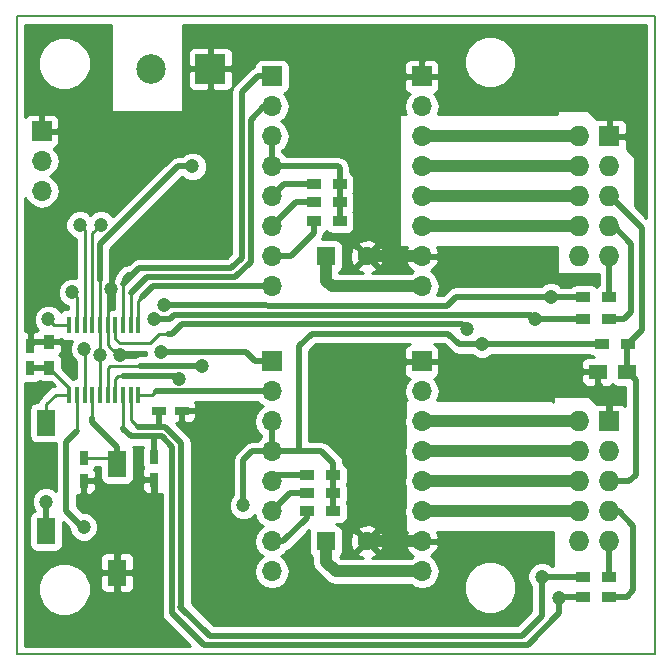
<source format=gbr>
G04 #@! TF.FileFunction,Copper,L1,Top,Signal*
%FSLAX46Y46*%
G04 Gerber Fmt 4.6, Leading zero omitted, Abs format (unit mm)*
G04 Created by KiCad (PCBNEW 4.0.7) date Mon Jan 29 08:29:15 2018*
%MOMM*%
%LPD*%
G01*
G04 APERTURE LIST*
%ADD10C,0.100000*%
%ADD11C,0.150000*%
%ADD12R,2.500000X2.500000*%
%ADD13C,2.500000*%
%ADD14R,1.727200X1.727200*%
%ADD15O,1.727200X1.727200*%
%ADD16R,0.750000X1.200000*%
%ADD17R,1.600000X1.600000*%
%ADD18C,1.600000*%
%ADD19R,1.700000X1.700000*%
%ADD20O,1.700000X1.700000*%
%ADD21R,0.900000X1.200000*%
%ADD22R,1.200000X0.900000*%
%ADD23R,0.450000X1.450000*%
%ADD24R,1.200000X0.750000*%
%ADD25R,1.600000X2.180000*%
%ADD26R,1.500000X1.250000*%
%ADD27C,1.200000*%
%ADD28C,0.500000*%
%ADD29C,0.250000*%
%ADD30C,1.000000*%
%ADD31C,0.254000*%
G04 APERTURE END LIST*
D10*
D11*
X92000000Y-84000000D02*
X92000000Y-82000000D01*
X38000000Y-84000000D02*
X92000000Y-84000000D01*
X38000000Y-82000000D02*
X38000000Y-84000000D01*
X92000000Y-30000000D02*
X92000000Y-82000000D01*
X82000000Y-30000000D02*
X92000000Y-30000000D01*
X38000000Y-82000000D02*
X38000000Y-30000000D01*
X38000000Y-30000000D02*
X82000000Y-30000000D01*
D12*
X54383000Y-34445000D03*
D13*
X49383000Y-34445000D03*
D14*
X88165000Y-40160000D03*
D15*
X85625000Y-40160000D03*
X88165000Y-42700000D03*
X85625000Y-42700000D03*
X88165000Y-45240000D03*
X85625000Y-45240000D03*
X88165000Y-47780000D03*
X85625000Y-47780000D03*
X88165000Y-50320000D03*
X85625000Y-50320000D03*
D14*
X88165000Y-64290000D03*
D15*
X85625000Y-64290000D03*
X88165000Y-66830000D03*
X85625000Y-66830000D03*
X88165000Y-69370000D03*
X85625000Y-69370000D03*
X88165000Y-71910000D03*
X85625000Y-71910000D03*
X88165000Y-74450000D03*
X85625000Y-74450000D03*
D16*
X43651500Y-67404000D03*
X43651500Y-69304000D03*
X39143000Y-59779000D03*
X39143000Y-57879000D03*
D17*
X64162000Y-74450000D03*
D18*
X67662000Y-74450000D03*
D17*
X64162000Y-50320000D03*
D18*
X67662000Y-50320000D03*
D19*
X40095500Y-39715500D03*
D20*
X40095500Y-42255500D03*
X40095500Y-44795500D03*
D19*
X72290000Y-59210000D03*
D20*
X72290000Y-61750000D03*
X72290000Y-64290000D03*
X72290000Y-66830000D03*
X72290000Y-69370000D03*
X72290000Y-71910000D03*
X72290000Y-74450000D03*
X72290000Y-76990000D03*
D19*
X72290000Y-35080000D03*
D20*
X72290000Y-37620000D03*
X72290000Y-40160000D03*
X72290000Y-42700000D03*
X72290000Y-45240000D03*
X72290000Y-47780000D03*
X72290000Y-50320000D03*
X72290000Y-52860000D03*
D19*
X59590000Y-59210000D03*
D20*
X59590000Y-61750000D03*
X59590000Y-64290000D03*
X59590000Y-66830000D03*
X59590000Y-69370000D03*
X59590000Y-71910000D03*
X59590000Y-74450000D03*
X59590000Y-76990000D03*
D19*
X59590000Y-35080000D03*
D20*
X59590000Y-37620000D03*
X59590000Y-40160000D03*
X59590000Y-42700000D03*
X59590000Y-45240000D03*
X59590000Y-47780000D03*
X59590000Y-50320000D03*
X59590000Y-52860000D03*
D21*
X40730500Y-59738500D03*
X40730500Y-57538500D03*
D22*
X64754000Y-68862000D03*
X62554000Y-68862000D03*
X64754000Y-70386000D03*
X62554000Y-70386000D03*
X64754000Y-71910000D03*
X62554000Y-71910000D03*
X65325500Y-44224000D03*
X63125500Y-44224000D03*
X65325500Y-45748000D03*
X63125500Y-45748000D03*
X65325500Y-47335500D03*
X63125500Y-47335500D03*
D23*
X42441000Y-62033000D03*
X43091000Y-62033000D03*
X43741000Y-62033000D03*
X44391000Y-62033000D03*
X45041000Y-62033000D03*
X45691000Y-62033000D03*
X46341000Y-62033000D03*
X46991000Y-62033000D03*
X47641000Y-62033000D03*
X48291000Y-62033000D03*
X48291000Y-56133000D03*
X47641000Y-56133000D03*
X46991000Y-56133000D03*
X46341000Y-56133000D03*
X45691000Y-56133000D03*
X45041000Y-56133000D03*
X44391000Y-56133000D03*
X43741000Y-56133000D03*
X43091000Y-56133000D03*
X42441000Y-56133000D03*
D22*
X87509500Y-57749500D03*
X89709500Y-57749500D03*
X85922000Y-77434500D03*
X88122000Y-77434500D03*
X85922000Y-79149000D03*
X88122000Y-79149000D03*
X85972800Y-53774400D03*
X88172800Y-53774400D03*
X85922000Y-55654000D03*
X88122000Y-55654000D03*
D16*
X49620500Y-69240500D03*
X49620500Y-67340500D03*
D24*
X50067500Y-63401000D03*
X51967500Y-63401000D03*
D25*
X46500000Y-67910000D03*
X46500000Y-77090000D03*
X40476500Y-64399000D03*
X40476500Y-73579000D03*
D26*
X87169000Y-60099000D03*
X89669000Y-60099000D03*
D27*
X40476500Y-71084500D03*
X52859000Y-42700000D03*
X77370000Y-57749500D03*
X57177000Y-71402000D03*
X45048500Y-58702000D03*
X53684500Y-59591000D03*
X51716000Y-60670500D03*
X43334000Y-47653000D03*
X45112000Y-47653000D03*
X82450000Y-77434500D03*
X83910500Y-79212500D03*
X42699000Y-53368000D03*
X50446000Y-54447500D03*
X83212000Y-53749000D03*
X40667000Y-55654000D03*
X49620500Y-55654000D03*
X81878500Y-55654000D03*
X50192000Y-58448000D03*
X43715000Y-58130500D03*
X43651500Y-73243500D03*
X59590000Y-35080000D03*
X53451000Y-69200000D03*
X39968500Y-52669500D03*
X46509000Y-81498500D03*
X46001000Y-53050500D03*
X46699500Y-58638500D03*
X76100000Y-56479500D03*
D28*
X44391000Y-64036000D02*
X44391000Y-64331000D01*
X46500000Y-66440000D02*
X46500000Y-67910000D01*
X44391000Y-64331000D02*
X46500000Y-66440000D01*
D29*
X43651500Y-67404000D02*
X45994000Y-67404000D01*
X45994000Y-67404000D02*
X46500000Y-67910000D01*
X46502000Y-67912000D02*
X46500000Y-67910000D01*
X44391000Y-62033000D02*
X44391000Y-64036000D01*
X42441000Y-62033000D02*
X41273000Y-62033000D01*
X40476500Y-62829500D02*
X40476500Y-64399000D01*
X41273000Y-62033000D02*
X40476500Y-62829500D01*
D28*
X39143000Y-59779000D02*
X40690000Y-59779000D01*
X40690000Y-59779000D02*
X40730500Y-59738500D01*
D29*
X42441000Y-62033000D02*
X42441000Y-61449000D01*
X42441000Y-61449000D02*
X40730500Y-59738500D01*
X40436500Y-60032500D02*
X40730500Y-59738500D01*
X40707500Y-59715500D02*
X40730500Y-59738500D01*
D28*
X40476500Y-71084500D02*
X40476500Y-73579000D01*
X45041000Y-52296000D02*
X45041000Y-49311500D01*
X51652500Y-42700000D02*
X52859000Y-42700000D01*
X45041000Y-49311500D02*
X51652500Y-42700000D01*
X57177000Y-71402000D02*
X57177000Y-67592000D01*
X57939000Y-66830000D02*
X59590000Y-66830000D01*
X57177000Y-67592000D02*
X57939000Y-66830000D01*
X61876000Y-66830000D02*
X61876000Y-57940000D01*
X75401500Y-57749500D02*
X77370000Y-57749500D01*
X77370000Y-57749500D02*
X87509500Y-57749500D01*
X74512500Y-56860500D02*
X75401500Y-57749500D01*
X62955500Y-56860500D02*
X74512500Y-56860500D01*
X61876000Y-57940000D02*
X62955500Y-56860500D01*
X64754000Y-70386000D02*
X64754000Y-71910000D01*
X64754000Y-68862000D02*
X64754000Y-70386000D01*
X59590000Y-66830000D02*
X61876000Y-66830000D01*
X61876000Y-66830000D02*
X63781000Y-66830000D01*
X64754000Y-67803000D02*
X64754000Y-68862000D01*
X63781000Y-66830000D02*
X64754000Y-67803000D01*
D29*
X45041000Y-56133000D02*
X45041000Y-52296000D01*
X45041000Y-62033000D02*
X45041000Y-58709500D01*
X45041000Y-58709500D02*
X45048500Y-58702000D01*
X45041000Y-56133000D02*
X45041000Y-58694500D01*
X45041000Y-58694500D02*
X45048500Y-58702000D01*
D28*
X59590000Y-64290000D02*
X59590000Y-66830000D01*
X65325500Y-44224000D02*
X65325500Y-45748000D01*
X65325500Y-45748000D02*
X65325500Y-47335500D01*
X59590000Y-42700000D02*
X65200000Y-42700000D01*
X65200000Y-42700000D02*
X65325500Y-42825500D01*
X65325500Y-42825500D02*
X65325500Y-44224000D01*
X59590000Y-40160000D02*
X59590000Y-42700000D01*
D29*
X48414000Y-59591000D02*
X45874000Y-59591000D01*
X45691000Y-59774000D02*
X45691000Y-62033000D01*
X45874000Y-59591000D02*
X45691000Y-59774000D01*
D28*
X53684500Y-59591000D02*
X48922000Y-59591000D01*
X48922000Y-59591000D02*
X48414000Y-59591000D01*
D29*
X46341000Y-62033000D02*
X46341000Y-60711500D01*
D28*
X51716000Y-60670500D02*
X51525500Y-60480000D01*
X51525500Y-60480000D02*
X47017000Y-60480000D01*
D29*
X46572500Y-60480000D02*
X47017000Y-60480000D01*
X46341000Y-60711500D02*
X46572500Y-60480000D01*
D30*
X72290000Y-76990000D02*
X64990000Y-76990000D01*
X64162000Y-76162000D02*
X64162000Y-74450000D01*
X64990000Y-76990000D02*
X64162000Y-76162000D01*
X72290000Y-52860000D02*
X64640000Y-52860000D01*
X64162000Y-52382000D02*
X64162000Y-50320000D01*
X64640000Y-52860000D02*
X64162000Y-52382000D01*
D29*
X43741000Y-56133000D02*
X43741000Y-48060000D01*
X43741000Y-48060000D02*
X43334000Y-47653000D01*
X44391000Y-56133000D02*
X44391000Y-48374000D01*
X44391000Y-48374000D02*
X45112000Y-47653000D01*
D28*
X76354000Y-82451000D02*
X54321002Y-82451000D01*
X51844502Y-79974500D02*
X51906500Y-79974500D01*
X54321002Y-82451000D02*
X51844502Y-79974500D01*
X50573000Y-64798000D02*
X51906500Y-66131500D01*
X50192000Y-64798000D02*
X50573000Y-64798000D01*
X51906500Y-66131500D02*
X51906500Y-79974500D01*
X51906500Y-79974500D02*
X51906500Y-79974500D01*
X76354000Y-82451000D02*
X80735500Y-82451000D01*
X80735500Y-82451000D02*
X82450000Y-80736500D01*
X82450000Y-80736500D02*
X82450000Y-77434500D01*
X50067500Y-63401000D02*
X50067500Y-64673500D01*
X50067500Y-64673500D02*
X50192000Y-64798000D01*
X48287000Y-64798000D02*
X50192000Y-64798000D01*
D29*
X47641000Y-64152000D02*
X48287000Y-64798000D01*
X47641000Y-62033000D02*
X47641000Y-64152000D01*
D28*
X85922000Y-77434500D02*
X82450000Y-77434500D01*
X76036500Y-83213000D02*
X53811500Y-83213000D01*
X53811500Y-83213000D02*
X51144500Y-80546000D01*
X83910500Y-79212500D02*
X83910500Y-80546000D01*
X81243500Y-83213000D02*
X76036500Y-83213000D01*
X83910500Y-80546000D02*
X81243500Y-83213000D01*
X83910500Y-79212500D02*
X83974000Y-79149000D01*
X85922000Y-79149000D02*
X83974000Y-79149000D01*
X49557000Y-65560000D02*
X50255500Y-65560000D01*
X50255500Y-65560000D02*
X51144500Y-66449000D01*
X51144500Y-66449000D02*
X51144500Y-80546000D01*
X49620500Y-67340500D02*
X49620500Y-65623500D01*
X49620500Y-65623500D02*
X49557000Y-65560000D01*
X46991000Y-64861500D02*
X46991000Y-64899000D01*
X46991000Y-64899000D02*
X47652000Y-65560000D01*
X47652000Y-65560000D02*
X49557000Y-65560000D01*
D29*
X46991000Y-62033000D02*
X46991000Y-64861500D01*
X43091000Y-53760000D02*
X42699000Y-53368000D01*
X43091000Y-56133000D02*
X43091000Y-53760000D01*
D28*
X75211000Y-53749000D02*
X83212000Y-53749000D01*
X74449000Y-54511000D02*
X75211000Y-53749000D01*
X67972000Y-54511000D02*
X74449000Y-54511000D01*
X50446000Y-54447500D02*
X67972000Y-54511000D01*
X85972800Y-53774400D02*
X83237400Y-53774400D01*
X83237400Y-53774400D02*
X83212000Y-53749000D01*
X49620500Y-55654000D02*
X50954000Y-55654000D01*
D29*
X41146000Y-56133000D02*
X40667000Y-55654000D01*
X42441000Y-56133000D02*
X41146000Y-56133000D01*
D28*
X50954000Y-55654000D02*
X51335000Y-55273000D01*
X51335000Y-55273000D02*
X81497500Y-55273000D01*
X81497500Y-55273000D02*
X81878500Y-55654000D01*
X85922000Y-55654000D02*
X81878500Y-55654000D01*
D30*
X72290000Y-66830000D02*
X85625000Y-66830000D01*
X85625000Y-64290000D02*
X72290000Y-64290000D01*
X85625000Y-69370000D02*
X72290000Y-69370000D01*
X72290000Y-71910000D02*
X85625000Y-71910000D01*
D28*
X88165000Y-71910000D02*
X88990500Y-71910000D01*
X88990500Y-71910000D02*
X90197000Y-73116500D01*
X90197000Y-73116500D02*
X90197000Y-78577500D01*
X90197000Y-78577500D02*
X89625500Y-79149000D01*
X89625500Y-79149000D02*
X88122000Y-79149000D01*
X88122000Y-77434500D02*
X88122000Y-74493000D01*
X88122000Y-74493000D02*
X88165000Y-74450000D01*
D30*
X72290000Y-40160000D02*
X85625000Y-40160000D01*
X72290000Y-42700000D02*
X85625000Y-42700000D01*
X85625000Y-45240000D02*
X72290000Y-45240000D01*
X72290000Y-47780000D02*
X85625000Y-47780000D01*
D28*
X58129500Y-59210000D02*
X59590000Y-59210000D01*
X50192000Y-58448000D02*
X57367500Y-58448000D01*
X57367500Y-58448000D02*
X58129500Y-59210000D01*
D29*
X43741000Y-62033000D02*
X43741000Y-58156500D01*
X43741000Y-58156500D02*
X43715000Y-58130500D01*
D28*
X59590000Y-61750000D02*
X49747500Y-61750000D01*
D29*
X49464500Y-62033000D02*
X49747500Y-61750000D01*
X49464500Y-62033000D02*
X48291000Y-62033000D01*
D28*
X62554000Y-68862000D02*
X60098000Y-68862000D01*
X60098000Y-68862000D02*
X59590000Y-69370000D01*
X62554000Y-70386000D02*
X61114000Y-70386000D01*
X61114000Y-70386000D02*
X59590000Y-71910000D01*
X59590000Y-74450000D02*
X60550000Y-74450000D01*
X62554000Y-72446000D02*
X62554000Y-71910000D01*
X60550000Y-74450000D02*
X62554000Y-72446000D01*
X43715000Y-73307000D02*
X43715000Y-73370500D01*
X43651500Y-73243500D02*
X43715000Y-73307000D01*
X43091000Y-65115500D02*
X43080000Y-65115500D01*
X42191000Y-71846500D02*
X43715000Y-73370500D01*
X42191000Y-66004500D02*
X42191000Y-71846500D01*
X43080000Y-65115500D02*
X42191000Y-66004500D01*
D29*
X43091000Y-62033000D02*
X43091000Y-65115500D01*
D28*
X46991000Y-52669500D02*
X47017000Y-52669500D01*
X58383500Y-35080000D02*
X59590000Y-35080000D01*
X57050000Y-36413500D02*
X58383500Y-35080000D01*
X57050000Y-50447000D02*
X57050000Y-36413500D01*
X56161000Y-51336000D02*
X57050000Y-50447000D01*
X48350500Y-51336000D02*
X56161000Y-51336000D01*
X47017000Y-52669500D02*
X48350500Y-51336000D01*
D29*
X46991000Y-56133000D02*
X46991000Y-52669500D01*
X46991000Y-52669500D02*
X46991000Y-52187500D01*
X46991000Y-52187500D02*
X47429750Y-51748750D01*
X47429750Y-51748750D02*
X47461500Y-51717000D01*
D28*
X47641000Y-53431500D02*
X47652000Y-53431500D01*
X47652000Y-53431500D02*
X48985500Y-52098000D01*
X59590000Y-37620000D02*
X58955000Y-37620000D01*
X58955000Y-37620000D02*
X57812000Y-38763000D01*
X57812000Y-38763000D02*
X57812000Y-50764500D01*
X57812000Y-50764500D02*
X56478500Y-52098000D01*
X56478500Y-52098000D02*
X48985500Y-52098000D01*
D29*
X47641000Y-56133000D02*
X47641000Y-53431500D01*
D28*
X63125500Y-44224000D02*
X60606000Y-44224000D01*
X60606000Y-44224000D02*
X59590000Y-45240000D01*
X63125500Y-45748000D02*
X61622000Y-45748000D01*
X61622000Y-45748000D02*
X59590000Y-47780000D01*
X59590000Y-50320000D02*
X61180000Y-50320000D01*
X63125500Y-48374500D02*
X63125500Y-47335500D01*
X61180000Y-50320000D02*
X63125500Y-48374500D01*
D29*
X48291000Y-56133000D02*
X48291000Y-54062500D01*
D28*
X49493500Y-52860000D02*
X48604500Y-53749000D01*
X49493500Y-52860000D02*
X59590000Y-52860000D01*
D29*
X48291000Y-54062500D02*
X48604500Y-53749000D01*
D28*
X88165000Y-47780000D02*
X88546000Y-47780000D01*
X88546000Y-47780000D02*
X90006500Y-49240500D01*
X90006500Y-49240500D02*
X90006500Y-55019000D01*
X90006500Y-55019000D02*
X89371500Y-55654000D01*
X89371500Y-55654000D02*
X88122000Y-55654000D01*
X88172800Y-53774400D02*
X88172800Y-50327800D01*
X88172800Y-50327800D02*
X88165000Y-50320000D01*
X53451000Y-69200000D02*
X53494000Y-69243000D01*
X49620500Y-69240500D02*
X49620500Y-71211500D01*
X49620500Y-71211500D02*
X46500000Y-74332000D01*
X40730500Y-57538500D02*
X39483500Y-57538500D01*
X39483500Y-57538500D02*
X39143000Y-57879000D01*
X43651500Y-69304000D02*
X43651500Y-70830500D01*
X46500000Y-81489500D02*
X46509000Y-81498500D01*
X46500000Y-73679000D02*
X46500000Y-74332000D01*
X46500000Y-74332000D02*
X46500000Y-81489500D01*
X43651500Y-70830500D02*
X46500000Y-73679000D01*
D29*
X45691000Y-56133000D02*
X45691000Y-53360500D01*
X45691000Y-53360500D02*
X46001000Y-53050500D01*
D28*
X87169000Y-60099000D02*
X87169000Y-61135000D01*
X88165000Y-62131000D02*
X88165000Y-64290000D01*
X87169000Y-61135000D02*
X88165000Y-62131000D01*
D29*
X45691000Y-56133000D02*
X45691000Y-57820500D01*
X46509000Y-58638500D02*
X46699500Y-58638500D01*
X45691000Y-57820500D02*
X46509000Y-58638500D01*
D30*
X72290000Y-74450000D02*
X67662000Y-74450000D01*
X67662000Y-50320000D02*
X72290000Y-50320000D01*
D28*
X50763500Y-56860500D02*
X51144500Y-56860500D01*
D29*
X46341000Y-57327500D02*
X46699500Y-57686000D01*
X46699500Y-57686000D02*
X49239500Y-57686000D01*
X49239500Y-57686000D02*
X50065000Y-56860500D01*
X50065000Y-56860500D02*
X50763500Y-56860500D01*
X46341000Y-56133000D02*
X46341000Y-57327500D01*
D28*
X75655500Y-56035000D02*
X76100000Y-56479500D01*
X51970000Y-56035000D02*
X75655500Y-56035000D01*
X51144500Y-56860500D02*
X51970000Y-56035000D01*
X88165000Y-45240000D02*
X88228500Y-45240000D01*
X88228500Y-45240000D02*
X90895500Y-47907000D01*
X90895500Y-47907000D02*
X90895500Y-56563500D01*
X90895500Y-56563500D02*
X89709500Y-57749500D01*
X89669000Y-60099000D02*
X89669000Y-57790000D01*
X89669000Y-57790000D02*
X89709500Y-57749500D01*
X88165000Y-69370000D02*
X89816000Y-69370000D01*
X90387500Y-60817500D02*
X89669000Y-60099000D01*
X90387500Y-68798500D02*
X90387500Y-60817500D01*
X89816000Y-69370000D02*
X90387500Y-68798500D01*
D31*
G36*
X40028610Y-60934931D02*
X40280500Y-60985940D01*
X40903138Y-60985940D01*
X41203936Y-61286738D01*
X40982161Y-61330852D01*
X40735599Y-61495599D01*
X39939099Y-62292099D01*
X39774352Y-62538661D01*
X39749906Y-62661560D01*
X39676500Y-62661560D01*
X39441183Y-62705838D01*
X39225059Y-62844910D01*
X39080069Y-63057110D01*
X39029060Y-63309000D01*
X39029060Y-65489000D01*
X39073338Y-65724317D01*
X39212410Y-65940441D01*
X39424610Y-66085431D01*
X39676500Y-66136440D01*
X41276500Y-66136440D01*
X41306000Y-66130889D01*
X41306000Y-70167370D01*
X41176985Y-70038129D01*
X40723234Y-69849715D01*
X40231921Y-69849286D01*
X39777843Y-70036908D01*
X39430129Y-70384015D01*
X39241715Y-70837766D01*
X39241286Y-71329079D01*
X39428908Y-71783157D01*
X39517142Y-71871545D01*
X39441183Y-71885838D01*
X39225059Y-72024910D01*
X39080069Y-72237110D01*
X39029060Y-72489000D01*
X39029060Y-74669000D01*
X39073338Y-74904317D01*
X39212410Y-75120441D01*
X39424610Y-75265431D01*
X39676500Y-75316440D01*
X41276500Y-75316440D01*
X41511817Y-75272162D01*
X41727941Y-75133090D01*
X41872931Y-74920890D01*
X41923940Y-74669000D01*
X41923940Y-72831020D01*
X42416430Y-73323509D01*
X42416286Y-73488079D01*
X42603908Y-73942157D01*
X42951015Y-74289871D01*
X43404766Y-74478285D01*
X43896079Y-74478714D01*
X44350157Y-74291092D01*
X44697871Y-73943985D01*
X44886285Y-73490234D01*
X44886714Y-72998921D01*
X44699092Y-72544843D01*
X44351985Y-72197129D01*
X43898234Y-72008715D01*
X43604538Y-72008459D01*
X43076000Y-71479920D01*
X43076000Y-70508269D01*
X43150190Y-70539000D01*
X43365750Y-70539000D01*
X43524500Y-70380250D01*
X43524500Y-69431000D01*
X43778500Y-69431000D01*
X43778500Y-70380250D01*
X43937250Y-70539000D01*
X44152810Y-70539000D01*
X44386199Y-70442327D01*
X44564827Y-70263698D01*
X44661500Y-70030309D01*
X44661500Y-69589750D01*
X44502750Y-69431000D01*
X43778500Y-69431000D01*
X43524500Y-69431000D01*
X43504500Y-69431000D01*
X43504500Y-69177000D01*
X43524500Y-69177000D01*
X43524500Y-69157000D01*
X43778500Y-69157000D01*
X43778500Y-69177000D01*
X44502750Y-69177000D01*
X44661500Y-69018250D01*
X44661500Y-68577691D01*
X44564827Y-68344302D01*
X44563457Y-68342932D01*
X44622931Y-68255890D01*
X44641539Y-68164000D01*
X45052560Y-68164000D01*
X45052560Y-69000000D01*
X45096838Y-69235317D01*
X45235910Y-69451441D01*
X45448110Y-69596431D01*
X45700000Y-69647440D01*
X47300000Y-69647440D01*
X47535317Y-69603162D01*
X47654841Y-69526250D01*
X48610500Y-69526250D01*
X48610500Y-69966809D01*
X48707173Y-70200198D01*
X48885801Y-70378827D01*
X49119190Y-70475500D01*
X49334750Y-70475500D01*
X49493500Y-70316750D01*
X49493500Y-69367500D01*
X48769250Y-69367500D01*
X48610500Y-69526250D01*
X47654841Y-69526250D01*
X47751441Y-69464090D01*
X47896431Y-69251890D01*
X47947440Y-69000000D01*
X47947440Y-66820000D01*
X47903162Y-66584683D01*
X47813278Y-66445000D01*
X48678866Y-66445000D01*
X48649069Y-66488610D01*
X48598060Y-66740500D01*
X48598060Y-67940500D01*
X48642338Y-68175817D01*
X48708829Y-68279146D01*
X48707173Y-68280802D01*
X48610500Y-68514191D01*
X48610500Y-68954750D01*
X48769250Y-69113500D01*
X49493500Y-69113500D01*
X49493500Y-69093500D01*
X49747500Y-69093500D01*
X49747500Y-69113500D01*
X49767500Y-69113500D01*
X49767500Y-69367500D01*
X49747500Y-69367500D01*
X49747500Y-70316750D01*
X49906250Y-70475500D01*
X50121810Y-70475500D01*
X50259500Y-70418467D01*
X50259500Y-80545995D01*
X50259499Y-80546000D01*
X50297393Y-80736500D01*
X50326867Y-80884675D01*
X50518709Y-81171789D01*
X50518710Y-81171790D01*
X52636921Y-83290000D01*
X38710000Y-83290000D01*
X38710000Y-78942619D01*
X39764613Y-78942619D01*
X40104155Y-79764372D01*
X40732321Y-80393636D01*
X41553481Y-80734611D01*
X42442619Y-80735387D01*
X43264372Y-80395845D01*
X43893636Y-79767679D01*
X44234611Y-78946519D01*
X44235387Y-78057381D01*
X43953743Y-77375750D01*
X45065000Y-77375750D01*
X45065000Y-78306309D01*
X45161673Y-78539698D01*
X45340301Y-78718327D01*
X45573690Y-78815000D01*
X46214250Y-78815000D01*
X46373000Y-78656250D01*
X46373000Y-77217000D01*
X46627000Y-77217000D01*
X46627000Y-78656250D01*
X46785750Y-78815000D01*
X47426310Y-78815000D01*
X47659699Y-78718327D01*
X47838327Y-78539698D01*
X47935000Y-78306309D01*
X47935000Y-77375750D01*
X47776250Y-77217000D01*
X46627000Y-77217000D01*
X46373000Y-77217000D01*
X45223750Y-77217000D01*
X45065000Y-77375750D01*
X43953743Y-77375750D01*
X43895845Y-77235628D01*
X43267679Y-76606364D01*
X42446519Y-76265389D01*
X41557381Y-76264613D01*
X40735628Y-76604155D01*
X40106364Y-77232321D01*
X39765389Y-78053481D01*
X39764613Y-78942619D01*
X38710000Y-78942619D01*
X38710000Y-75873691D01*
X45065000Y-75873691D01*
X45065000Y-76804250D01*
X45223750Y-76963000D01*
X46373000Y-76963000D01*
X46373000Y-75523750D01*
X46627000Y-75523750D01*
X46627000Y-76963000D01*
X47776250Y-76963000D01*
X47935000Y-76804250D01*
X47935000Y-75873691D01*
X47838327Y-75640302D01*
X47659699Y-75461673D01*
X47426310Y-75365000D01*
X46785750Y-75365000D01*
X46627000Y-75523750D01*
X46373000Y-75523750D01*
X46214250Y-75365000D01*
X45573690Y-75365000D01*
X45340301Y-75461673D01*
X45161673Y-75640302D01*
X45065000Y-75873691D01*
X38710000Y-75873691D01*
X38710000Y-61014695D01*
X38768000Y-61026440D01*
X39518000Y-61026440D01*
X39753317Y-60982162D01*
X39930690Y-60868025D01*
X40028610Y-60934931D01*
X40028610Y-60934931D01*
G37*
X40028610Y-60934931D02*
X40280500Y-60985940D01*
X40903138Y-60985940D01*
X41203936Y-61286738D01*
X40982161Y-61330852D01*
X40735599Y-61495599D01*
X39939099Y-62292099D01*
X39774352Y-62538661D01*
X39749906Y-62661560D01*
X39676500Y-62661560D01*
X39441183Y-62705838D01*
X39225059Y-62844910D01*
X39080069Y-63057110D01*
X39029060Y-63309000D01*
X39029060Y-65489000D01*
X39073338Y-65724317D01*
X39212410Y-65940441D01*
X39424610Y-66085431D01*
X39676500Y-66136440D01*
X41276500Y-66136440D01*
X41306000Y-66130889D01*
X41306000Y-70167370D01*
X41176985Y-70038129D01*
X40723234Y-69849715D01*
X40231921Y-69849286D01*
X39777843Y-70036908D01*
X39430129Y-70384015D01*
X39241715Y-70837766D01*
X39241286Y-71329079D01*
X39428908Y-71783157D01*
X39517142Y-71871545D01*
X39441183Y-71885838D01*
X39225059Y-72024910D01*
X39080069Y-72237110D01*
X39029060Y-72489000D01*
X39029060Y-74669000D01*
X39073338Y-74904317D01*
X39212410Y-75120441D01*
X39424610Y-75265431D01*
X39676500Y-75316440D01*
X41276500Y-75316440D01*
X41511817Y-75272162D01*
X41727941Y-75133090D01*
X41872931Y-74920890D01*
X41923940Y-74669000D01*
X41923940Y-72831020D01*
X42416430Y-73323509D01*
X42416286Y-73488079D01*
X42603908Y-73942157D01*
X42951015Y-74289871D01*
X43404766Y-74478285D01*
X43896079Y-74478714D01*
X44350157Y-74291092D01*
X44697871Y-73943985D01*
X44886285Y-73490234D01*
X44886714Y-72998921D01*
X44699092Y-72544843D01*
X44351985Y-72197129D01*
X43898234Y-72008715D01*
X43604538Y-72008459D01*
X43076000Y-71479920D01*
X43076000Y-70508269D01*
X43150190Y-70539000D01*
X43365750Y-70539000D01*
X43524500Y-70380250D01*
X43524500Y-69431000D01*
X43778500Y-69431000D01*
X43778500Y-70380250D01*
X43937250Y-70539000D01*
X44152810Y-70539000D01*
X44386199Y-70442327D01*
X44564827Y-70263698D01*
X44661500Y-70030309D01*
X44661500Y-69589750D01*
X44502750Y-69431000D01*
X43778500Y-69431000D01*
X43524500Y-69431000D01*
X43504500Y-69431000D01*
X43504500Y-69177000D01*
X43524500Y-69177000D01*
X43524500Y-69157000D01*
X43778500Y-69157000D01*
X43778500Y-69177000D01*
X44502750Y-69177000D01*
X44661500Y-69018250D01*
X44661500Y-68577691D01*
X44564827Y-68344302D01*
X44563457Y-68342932D01*
X44622931Y-68255890D01*
X44641539Y-68164000D01*
X45052560Y-68164000D01*
X45052560Y-69000000D01*
X45096838Y-69235317D01*
X45235910Y-69451441D01*
X45448110Y-69596431D01*
X45700000Y-69647440D01*
X47300000Y-69647440D01*
X47535317Y-69603162D01*
X47654841Y-69526250D01*
X48610500Y-69526250D01*
X48610500Y-69966809D01*
X48707173Y-70200198D01*
X48885801Y-70378827D01*
X49119190Y-70475500D01*
X49334750Y-70475500D01*
X49493500Y-70316750D01*
X49493500Y-69367500D01*
X48769250Y-69367500D01*
X48610500Y-69526250D01*
X47654841Y-69526250D01*
X47751441Y-69464090D01*
X47896431Y-69251890D01*
X47947440Y-69000000D01*
X47947440Y-66820000D01*
X47903162Y-66584683D01*
X47813278Y-66445000D01*
X48678866Y-66445000D01*
X48649069Y-66488610D01*
X48598060Y-66740500D01*
X48598060Y-67940500D01*
X48642338Y-68175817D01*
X48708829Y-68279146D01*
X48707173Y-68280802D01*
X48610500Y-68514191D01*
X48610500Y-68954750D01*
X48769250Y-69113500D01*
X49493500Y-69113500D01*
X49493500Y-69093500D01*
X49747500Y-69093500D01*
X49747500Y-69113500D01*
X49767500Y-69113500D01*
X49767500Y-69367500D01*
X49747500Y-69367500D01*
X49747500Y-70316750D01*
X49906250Y-70475500D01*
X50121810Y-70475500D01*
X50259500Y-70418467D01*
X50259500Y-80545995D01*
X50259499Y-80546000D01*
X50297393Y-80736500D01*
X50326867Y-80884675D01*
X50518709Y-81171789D01*
X50518710Y-81171790D01*
X52636921Y-83290000D01*
X38710000Y-83290000D01*
X38710000Y-78942619D01*
X39764613Y-78942619D01*
X40104155Y-79764372D01*
X40732321Y-80393636D01*
X41553481Y-80734611D01*
X42442619Y-80735387D01*
X43264372Y-80395845D01*
X43893636Y-79767679D01*
X44234611Y-78946519D01*
X44235387Y-78057381D01*
X43953743Y-77375750D01*
X45065000Y-77375750D01*
X45065000Y-78306309D01*
X45161673Y-78539698D01*
X45340301Y-78718327D01*
X45573690Y-78815000D01*
X46214250Y-78815000D01*
X46373000Y-78656250D01*
X46373000Y-77217000D01*
X46627000Y-77217000D01*
X46627000Y-78656250D01*
X46785750Y-78815000D01*
X47426310Y-78815000D01*
X47659699Y-78718327D01*
X47838327Y-78539698D01*
X47935000Y-78306309D01*
X47935000Y-77375750D01*
X47776250Y-77217000D01*
X46627000Y-77217000D01*
X46373000Y-77217000D01*
X45223750Y-77217000D01*
X45065000Y-77375750D01*
X43953743Y-77375750D01*
X43895845Y-77235628D01*
X43267679Y-76606364D01*
X42446519Y-76265389D01*
X41557381Y-76264613D01*
X40735628Y-76604155D01*
X40106364Y-77232321D01*
X39765389Y-78053481D01*
X39764613Y-78942619D01*
X38710000Y-78942619D01*
X38710000Y-75873691D01*
X45065000Y-75873691D01*
X45065000Y-76804250D01*
X45223750Y-76963000D01*
X46373000Y-76963000D01*
X46373000Y-75523750D01*
X46627000Y-75523750D01*
X46627000Y-76963000D01*
X47776250Y-76963000D01*
X47935000Y-76804250D01*
X47935000Y-75873691D01*
X47838327Y-75640302D01*
X47659699Y-75461673D01*
X47426310Y-75365000D01*
X46785750Y-75365000D01*
X46627000Y-75523750D01*
X46373000Y-75523750D01*
X46214250Y-75365000D01*
X45573690Y-75365000D01*
X45340301Y-75461673D01*
X45161673Y-75640302D01*
X45065000Y-75873691D01*
X38710000Y-75873691D01*
X38710000Y-61014695D01*
X38768000Y-61026440D01*
X39518000Y-61026440D01*
X39753317Y-60982162D01*
X39930690Y-60868025D01*
X40028610Y-60934931D01*
G36*
X71080302Y-57821673D02*
X70901673Y-58000301D01*
X70805000Y-58233690D01*
X70805000Y-58924250D01*
X70963750Y-59083000D01*
X72163000Y-59083000D01*
X72163000Y-59063000D01*
X72417000Y-59063000D01*
X72417000Y-59083000D01*
X73616250Y-59083000D01*
X73775000Y-58924250D01*
X73775000Y-58233690D01*
X73678327Y-58000301D01*
X73499698Y-57821673D01*
X73315800Y-57745500D01*
X74145920Y-57745500D01*
X74775708Y-58375287D01*
X74775710Y-58375290D01*
X75062825Y-58567133D01*
X75106588Y-58575838D01*
X75401500Y-58634501D01*
X75401505Y-58634500D01*
X76508426Y-58634500D01*
X76669515Y-58795871D01*
X77123266Y-58984285D01*
X77614579Y-58984714D01*
X78068657Y-58797092D01*
X78231533Y-58634500D01*
X86434831Y-58634500D01*
X86445410Y-58650941D01*
X86657610Y-58795931D01*
X86870291Y-58839000D01*
X86292691Y-58839000D01*
X86059302Y-58935673D01*
X85880673Y-59114301D01*
X85784000Y-59347690D01*
X85784000Y-59813250D01*
X85942750Y-59972000D01*
X87042000Y-59972000D01*
X87042000Y-59952000D01*
X87296000Y-59952000D01*
X87296000Y-59972000D01*
X87316000Y-59972000D01*
X87316000Y-60226000D01*
X87296000Y-60226000D01*
X87296000Y-61200250D01*
X87454750Y-61359000D01*
X88045309Y-61359000D01*
X88278698Y-61262327D01*
X88419936Y-61121090D01*
X88454910Y-61175441D01*
X88667110Y-61320431D01*
X88919000Y-61371440D01*
X89502500Y-61371440D01*
X89502500Y-63002275D01*
X89388299Y-62888073D01*
X89154910Y-62791400D01*
X88450750Y-62791400D01*
X88292000Y-62950150D01*
X88292000Y-63983394D01*
X88038000Y-63729394D01*
X88038000Y-62950150D01*
X87879250Y-62791400D01*
X87175090Y-62791400D01*
X87121998Y-62813392D01*
X86476803Y-62168197D01*
X86436410Y-62141006D01*
X86387000Y-62131000D01*
X83529500Y-62131000D01*
X83483341Y-62139685D01*
X83440947Y-62166965D01*
X83412506Y-62208590D01*
X83402500Y-62258000D01*
X83402500Y-62637912D01*
X83402480Y-62636772D01*
X83393815Y-62592841D01*
X83366535Y-62550447D01*
X83324910Y-62522006D01*
X83275500Y-62512000D01*
X73561618Y-62512000D01*
X73691054Y-62318285D01*
X73804093Y-61750000D01*
X73691054Y-61181715D01*
X73369147Y-60699946D01*
X73325223Y-60670597D01*
X73499698Y-60598327D01*
X73678327Y-60419699D01*
X73692803Y-60384750D01*
X85784000Y-60384750D01*
X85784000Y-60850310D01*
X85880673Y-61083699D01*
X86059302Y-61262327D01*
X86292691Y-61359000D01*
X86883250Y-61359000D01*
X87042000Y-61200250D01*
X87042000Y-60226000D01*
X85942750Y-60226000D01*
X85784000Y-60384750D01*
X73692803Y-60384750D01*
X73775000Y-60186310D01*
X73775000Y-59495750D01*
X73616250Y-59337000D01*
X72417000Y-59337000D01*
X72417000Y-59357000D01*
X72163000Y-59357000D01*
X72163000Y-59337000D01*
X70963750Y-59337000D01*
X70805000Y-59495750D01*
X70805000Y-60186310D01*
X70901673Y-60419699D01*
X71080302Y-60598327D01*
X71254777Y-60670597D01*
X71210853Y-60699946D01*
X70888946Y-61181715D01*
X70775907Y-61750000D01*
X70888946Y-62318285D01*
X71018563Y-62512270D01*
X70973841Y-62520685D01*
X70931447Y-62547965D01*
X70903006Y-62589590D01*
X70893000Y-62639000D01*
X70893000Y-63715648D01*
X70888946Y-63721715D01*
X70775907Y-64290000D01*
X70888946Y-64858285D01*
X70893000Y-64864352D01*
X70893000Y-66255648D01*
X70888946Y-66261715D01*
X70775907Y-66830000D01*
X70888946Y-67398285D01*
X70893000Y-67404352D01*
X70893000Y-68795648D01*
X70888946Y-68801715D01*
X70775907Y-69370000D01*
X70888946Y-69938285D01*
X70893000Y-69944352D01*
X70893000Y-71335648D01*
X70888946Y-71341715D01*
X70775907Y-71910000D01*
X70888946Y-72478285D01*
X70893000Y-72484352D01*
X70893000Y-73561000D01*
X70901922Y-73607762D01*
X70929418Y-73650017D01*
X70971187Y-73678245D01*
X71016643Y-73687208D01*
X70848524Y-74093110D01*
X70969845Y-74323000D01*
X72163000Y-74323000D01*
X72163000Y-74303000D01*
X72417000Y-74303000D01*
X72417000Y-74323000D01*
X73610155Y-74323000D01*
X73731476Y-74093110D01*
X73561645Y-73683076D01*
X73554350Y-73675071D01*
X83402500Y-73624825D01*
X83402500Y-76482000D01*
X83411185Y-76528159D01*
X83424918Y-76549500D01*
X83311574Y-76549500D01*
X83150485Y-76388129D01*
X82696734Y-76199715D01*
X82205421Y-76199286D01*
X81751343Y-76386908D01*
X81403629Y-76734015D01*
X81215215Y-77187766D01*
X81214786Y-77679079D01*
X81402408Y-78133157D01*
X81565000Y-78296033D01*
X81565000Y-80369921D01*
X80368920Y-81566000D01*
X54687581Y-81566000D01*
X52791500Y-79669918D01*
X52791500Y-78815119D01*
X75827613Y-78815119D01*
X76167155Y-79636872D01*
X76795321Y-80266136D01*
X77616481Y-80607111D01*
X78505619Y-80607887D01*
X79327372Y-80268345D01*
X79956636Y-79640179D01*
X80297611Y-78819019D01*
X80298387Y-77929881D01*
X79958845Y-77108128D01*
X79330679Y-76478864D01*
X78509519Y-76137889D01*
X77620381Y-76137113D01*
X76798628Y-76476655D01*
X76169364Y-77104821D01*
X75828389Y-77925981D01*
X75827613Y-78815119D01*
X52791500Y-78815119D01*
X52791500Y-66131505D01*
X52791501Y-66131500D01*
X52724133Y-65792826D01*
X52724133Y-65792825D01*
X52532290Y-65505710D01*
X52532287Y-65505708D01*
X51437580Y-64411000D01*
X51681750Y-64411000D01*
X51840500Y-64252250D01*
X51840500Y-63528000D01*
X52094500Y-63528000D01*
X52094500Y-64252250D01*
X52253250Y-64411000D01*
X52693809Y-64411000D01*
X52927198Y-64314327D01*
X53105827Y-64135699D01*
X53202500Y-63902310D01*
X53202500Y-63686750D01*
X53043750Y-63528000D01*
X52094500Y-63528000D01*
X51840500Y-63528000D01*
X51820500Y-63528000D01*
X51820500Y-63274000D01*
X51840500Y-63274000D01*
X51840500Y-63254000D01*
X52094500Y-63254000D01*
X52094500Y-63274000D01*
X53043750Y-63274000D01*
X53202500Y-63115250D01*
X53202500Y-62899690D01*
X53105827Y-62666301D01*
X53074526Y-62635000D01*
X58400568Y-62635000D01*
X58510853Y-62800054D01*
X58840026Y-63020000D01*
X58510853Y-63239946D01*
X58188946Y-63721715D01*
X58075907Y-64290000D01*
X58188946Y-64858285D01*
X58510853Y-65340054D01*
X58705000Y-65469779D01*
X58705000Y-65650221D01*
X58510853Y-65779946D01*
X58400568Y-65945000D01*
X57939005Y-65945000D01*
X57939000Y-65944999D01*
X57659984Y-66000500D01*
X57600325Y-66012367D01*
X57313210Y-66204210D01*
X57313208Y-66204213D01*
X56551210Y-66966210D01*
X56359367Y-67253325D01*
X56359367Y-67253326D01*
X56291999Y-67592000D01*
X56292000Y-67592005D01*
X56292000Y-70540426D01*
X56130629Y-70701515D01*
X55942215Y-71155266D01*
X55941786Y-71646579D01*
X56129408Y-72100657D01*
X56476515Y-72448371D01*
X56930266Y-72636785D01*
X57421579Y-72637214D01*
X57875657Y-72449592D01*
X58132282Y-72193415D01*
X58188946Y-72478285D01*
X58510853Y-72960054D01*
X58840026Y-73180000D01*
X58510853Y-73399946D01*
X58188946Y-73881715D01*
X58075907Y-74450000D01*
X58188946Y-75018285D01*
X58510853Y-75500054D01*
X58840026Y-75720000D01*
X58510853Y-75939946D01*
X58188946Y-76421715D01*
X58075907Y-76990000D01*
X58188946Y-77558285D01*
X58510853Y-78040054D01*
X58992622Y-78361961D01*
X59560907Y-78475000D01*
X59619093Y-78475000D01*
X60187378Y-78361961D01*
X60669147Y-78040054D01*
X60991054Y-77558285D01*
X61104093Y-76990000D01*
X60991054Y-76421715D01*
X60669147Y-75939946D01*
X60339974Y-75720000D01*
X60669147Y-75500054D01*
X60814600Y-75282368D01*
X60865906Y-75272162D01*
X60888675Y-75267633D01*
X61175790Y-75075790D01*
X62743249Y-73508330D01*
X62714560Y-73650000D01*
X62714560Y-75250000D01*
X62758838Y-75485317D01*
X62897910Y-75701441D01*
X63027000Y-75789644D01*
X63027000Y-76162000D01*
X63113397Y-76596346D01*
X63358388Y-76963000D01*
X63359434Y-76964566D01*
X64187434Y-77792566D01*
X64555654Y-78038603D01*
X64990000Y-78125000D01*
X71337984Y-78125000D01*
X71692622Y-78361961D01*
X72260907Y-78475000D01*
X72319093Y-78475000D01*
X72887378Y-78361961D01*
X73369147Y-78040054D01*
X73691054Y-77558285D01*
X73804093Y-76990000D01*
X73691054Y-76421715D01*
X73369147Y-75939946D01*
X73028447Y-75712298D01*
X73171358Y-75645183D01*
X73561645Y-75216924D01*
X73731476Y-74806890D01*
X73610155Y-74577000D01*
X72417000Y-74577000D01*
X72417000Y-74597000D01*
X72163000Y-74597000D01*
X72163000Y-74577000D01*
X70969845Y-74577000D01*
X70848524Y-74806890D01*
X71018355Y-75216924D01*
X71408642Y-75645183D01*
X71551553Y-75712298D01*
X71337984Y-75855000D01*
X68051131Y-75855000D01*
X68416005Y-75703864D01*
X68490139Y-75457745D01*
X67662000Y-74629605D01*
X66833861Y-75457745D01*
X66907995Y-75703864D01*
X67328472Y-75855000D01*
X65460132Y-75855000D01*
X65356112Y-75750980D01*
X65413441Y-75714090D01*
X65558431Y-75501890D01*
X65609440Y-75250000D01*
X65609440Y-74233223D01*
X66215035Y-74233223D01*
X66242222Y-74803454D01*
X66408136Y-75204005D01*
X66654255Y-75278139D01*
X67482395Y-74450000D01*
X67841605Y-74450000D01*
X68669745Y-75278139D01*
X68915864Y-75204005D01*
X69108965Y-74666777D01*
X69081778Y-74096546D01*
X68915864Y-73695995D01*
X68669745Y-73621861D01*
X67841605Y-74450000D01*
X67482395Y-74450000D01*
X66654255Y-73621861D01*
X66408136Y-73695995D01*
X66215035Y-74233223D01*
X65609440Y-74233223D01*
X65609440Y-73650000D01*
X65570351Y-73442255D01*
X66833861Y-73442255D01*
X67662000Y-74270395D01*
X68490139Y-73442255D01*
X68416005Y-73196136D01*
X67878777Y-73003035D01*
X67308546Y-73030222D01*
X66907995Y-73196136D01*
X66833861Y-73442255D01*
X65570351Y-73442255D01*
X65565162Y-73414683D01*
X65426090Y-73198559D01*
X65213890Y-73053569D01*
X64986098Y-73007440D01*
X65354000Y-73007440D01*
X65589317Y-72963162D01*
X65805441Y-72824090D01*
X65950431Y-72611890D01*
X66001440Y-72360000D01*
X66001440Y-71460000D01*
X65957162Y-71224683D01*
X65908566Y-71149162D01*
X65950431Y-71087890D01*
X66001440Y-70836000D01*
X66001440Y-69936000D01*
X65957162Y-69700683D01*
X65908566Y-69625162D01*
X65950431Y-69563890D01*
X66001440Y-69312000D01*
X66001440Y-68412000D01*
X65957162Y-68176683D01*
X65818090Y-67960559D01*
X65639000Y-67838192D01*
X65639000Y-67803005D01*
X65639001Y-67803000D01*
X65571633Y-67464326D01*
X65571633Y-67464325D01*
X65379790Y-67177210D01*
X65379787Y-67177208D01*
X64406790Y-66204210D01*
X64297971Y-66131500D01*
X64119675Y-66012367D01*
X64060016Y-66000500D01*
X63781000Y-65944999D01*
X63780995Y-65945000D01*
X62761000Y-65945000D01*
X62761000Y-58306580D01*
X63322079Y-57745500D01*
X71264200Y-57745500D01*
X71080302Y-57821673D01*
X71080302Y-57821673D01*
G37*
X71080302Y-57821673D02*
X70901673Y-58000301D01*
X70805000Y-58233690D01*
X70805000Y-58924250D01*
X70963750Y-59083000D01*
X72163000Y-59083000D01*
X72163000Y-59063000D01*
X72417000Y-59063000D01*
X72417000Y-59083000D01*
X73616250Y-59083000D01*
X73775000Y-58924250D01*
X73775000Y-58233690D01*
X73678327Y-58000301D01*
X73499698Y-57821673D01*
X73315800Y-57745500D01*
X74145920Y-57745500D01*
X74775708Y-58375287D01*
X74775710Y-58375290D01*
X75062825Y-58567133D01*
X75106588Y-58575838D01*
X75401500Y-58634501D01*
X75401505Y-58634500D01*
X76508426Y-58634500D01*
X76669515Y-58795871D01*
X77123266Y-58984285D01*
X77614579Y-58984714D01*
X78068657Y-58797092D01*
X78231533Y-58634500D01*
X86434831Y-58634500D01*
X86445410Y-58650941D01*
X86657610Y-58795931D01*
X86870291Y-58839000D01*
X86292691Y-58839000D01*
X86059302Y-58935673D01*
X85880673Y-59114301D01*
X85784000Y-59347690D01*
X85784000Y-59813250D01*
X85942750Y-59972000D01*
X87042000Y-59972000D01*
X87042000Y-59952000D01*
X87296000Y-59952000D01*
X87296000Y-59972000D01*
X87316000Y-59972000D01*
X87316000Y-60226000D01*
X87296000Y-60226000D01*
X87296000Y-61200250D01*
X87454750Y-61359000D01*
X88045309Y-61359000D01*
X88278698Y-61262327D01*
X88419936Y-61121090D01*
X88454910Y-61175441D01*
X88667110Y-61320431D01*
X88919000Y-61371440D01*
X89502500Y-61371440D01*
X89502500Y-63002275D01*
X89388299Y-62888073D01*
X89154910Y-62791400D01*
X88450750Y-62791400D01*
X88292000Y-62950150D01*
X88292000Y-63983394D01*
X88038000Y-63729394D01*
X88038000Y-62950150D01*
X87879250Y-62791400D01*
X87175090Y-62791400D01*
X87121998Y-62813392D01*
X86476803Y-62168197D01*
X86436410Y-62141006D01*
X86387000Y-62131000D01*
X83529500Y-62131000D01*
X83483341Y-62139685D01*
X83440947Y-62166965D01*
X83412506Y-62208590D01*
X83402500Y-62258000D01*
X83402500Y-62637912D01*
X83402480Y-62636772D01*
X83393815Y-62592841D01*
X83366535Y-62550447D01*
X83324910Y-62522006D01*
X83275500Y-62512000D01*
X73561618Y-62512000D01*
X73691054Y-62318285D01*
X73804093Y-61750000D01*
X73691054Y-61181715D01*
X73369147Y-60699946D01*
X73325223Y-60670597D01*
X73499698Y-60598327D01*
X73678327Y-60419699D01*
X73692803Y-60384750D01*
X85784000Y-60384750D01*
X85784000Y-60850310D01*
X85880673Y-61083699D01*
X86059302Y-61262327D01*
X86292691Y-61359000D01*
X86883250Y-61359000D01*
X87042000Y-61200250D01*
X87042000Y-60226000D01*
X85942750Y-60226000D01*
X85784000Y-60384750D01*
X73692803Y-60384750D01*
X73775000Y-60186310D01*
X73775000Y-59495750D01*
X73616250Y-59337000D01*
X72417000Y-59337000D01*
X72417000Y-59357000D01*
X72163000Y-59357000D01*
X72163000Y-59337000D01*
X70963750Y-59337000D01*
X70805000Y-59495750D01*
X70805000Y-60186310D01*
X70901673Y-60419699D01*
X71080302Y-60598327D01*
X71254777Y-60670597D01*
X71210853Y-60699946D01*
X70888946Y-61181715D01*
X70775907Y-61750000D01*
X70888946Y-62318285D01*
X71018563Y-62512270D01*
X70973841Y-62520685D01*
X70931447Y-62547965D01*
X70903006Y-62589590D01*
X70893000Y-62639000D01*
X70893000Y-63715648D01*
X70888946Y-63721715D01*
X70775907Y-64290000D01*
X70888946Y-64858285D01*
X70893000Y-64864352D01*
X70893000Y-66255648D01*
X70888946Y-66261715D01*
X70775907Y-66830000D01*
X70888946Y-67398285D01*
X70893000Y-67404352D01*
X70893000Y-68795648D01*
X70888946Y-68801715D01*
X70775907Y-69370000D01*
X70888946Y-69938285D01*
X70893000Y-69944352D01*
X70893000Y-71335648D01*
X70888946Y-71341715D01*
X70775907Y-71910000D01*
X70888946Y-72478285D01*
X70893000Y-72484352D01*
X70893000Y-73561000D01*
X70901922Y-73607762D01*
X70929418Y-73650017D01*
X70971187Y-73678245D01*
X71016643Y-73687208D01*
X70848524Y-74093110D01*
X70969845Y-74323000D01*
X72163000Y-74323000D01*
X72163000Y-74303000D01*
X72417000Y-74303000D01*
X72417000Y-74323000D01*
X73610155Y-74323000D01*
X73731476Y-74093110D01*
X73561645Y-73683076D01*
X73554350Y-73675071D01*
X83402500Y-73624825D01*
X83402500Y-76482000D01*
X83411185Y-76528159D01*
X83424918Y-76549500D01*
X83311574Y-76549500D01*
X83150485Y-76388129D01*
X82696734Y-76199715D01*
X82205421Y-76199286D01*
X81751343Y-76386908D01*
X81403629Y-76734015D01*
X81215215Y-77187766D01*
X81214786Y-77679079D01*
X81402408Y-78133157D01*
X81565000Y-78296033D01*
X81565000Y-80369921D01*
X80368920Y-81566000D01*
X54687581Y-81566000D01*
X52791500Y-79669918D01*
X52791500Y-78815119D01*
X75827613Y-78815119D01*
X76167155Y-79636872D01*
X76795321Y-80266136D01*
X77616481Y-80607111D01*
X78505619Y-80607887D01*
X79327372Y-80268345D01*
X79956636Y-79640179D01*
X80297611Y-78819019D01*
X80298387Y-77929881D01*
X79958845Y-77108128D01*
X79330679Y-76478864D01*
X78509519Y-76137889D01*
X77620381Y-76137113D01*
X76798628Y-76476655D01*
X76169364Y-77104821D01*
X75828389Y-77925981D01*
X75827613Y-78815119D01*
X52791500Y-78815119D01*
X52791500Y-66131505D01*
X52791501Y-66131500D01*
X52724133Y-65792826D01*
X52724133Y-65792825D01*
X52532290Y-65505710D01*
X52532287Y-65505708D01*
X51437580Y-64411000D01*
X51681750Y-64411000D01*
X51840500Y-64252250D01*
X51840500Y-63528000D01*
X52094500Y-63528000D01*
X52094500Y-64252250D01*
X52253250Y-64411000D01*
X52693809Y-64411000D01*
X52927198Y-64314327D01*
X53105827Y-64135699D01*
X53202500Y-63902310D01*
X53202500Y-63686750D01*
X53043750Y-63528000D01*
X52094500Y-63528000D01*
X51840500Y-63528000D01*
X51820500Y-63528000D01*
X51820500Y-63274000D01*
X51840500Y-63274000D01*
X51840500Y-63254000D01*
X52094500Y-63254000D01*
X52094500Y-63274000D01*
X53043750Y-63274000D01*
X53202500Y-63115250D01*
X53202500Y-62899690D01*
X53105827Y-62666301D01*
X53074526Y-62635000D01*
X58400568Y-62635000D01*
X58510853Y-62800054D01*
X58840026Y-63020000D01*
X58510853Y-63239946D01*
X58188946Y-63721715D01*
X58075907Y-64290000D01*
X58188946Y-64858285D01*
X58510853Y-65340054D01*
X58705000Y-65469779D01*
X58705000Y-65650221D01*
X58510853Y-65779946D01*
X58400568Y-65945000D01*
X57939005Y-65945000D01*
X57939000Y-65944999D01*
X57659984Y-66000500D01*
X57600325Y-66012367D01*
X57313210Y-66204210D01*
X57313208Y-66204213D01*
X56551210Y-66966210D01*
X56359367Y-67253325D01*
X56359367Y-67253326D01*
X56291999Y-67592000D01*
X56292000Y-67592005D01*
X56292000Y-70540426D01*
X56130629Y-70701515D01*
X55942215Y-71155266D01*
X55941786Y-71646579D01*
X56129408Y-72100657D01*
X56476515Y-72448371D01*
X56930266Y-72636785D01*
X57421579Y-72637214D01*
X57875657Y-72449592D01*
X58132282Y-72193415D01*
X58188946Y-72478285D01*
X58510853Y-72960054D01*
X58840026Y-73180000D01*
X58510853Y-73399946D01*
X58188946Y-73881715D01*
X58075907Y-74450000D01*
X58188946Y-75018285D01*
X58510853Y-75500054D01*
X58840026Y-75720000D01*
X58510853Y-75939946D01*
X58188946Y-76421715D01*
X58075907Y-76990000D01*
X58188946Y-77558285D01*
X58510853Y-78040054D01*
X58992622Y-78361961D01*
X59560907Y-78475000D01*
X59619093Y-78475000D01*
X60187378Y-78361961D01*
X60669147Y-78040054D01*
X60991054Y-77558285D01*
X61104093Y-76990000D01*
X60991054Y-76421715D01*
X60669147Y-75939946D01*
X60339974Y-75720000D01*
X60669147Y-75500054D01*
X60814600Y-75282368D01*
X60865906Y-75272162D01*
X60888675Y-75267633D01*
X61175790Y-75075790D01*
X62743249Y-73508330D01*
X62714560Y-73650000D01*
X62714560Y-75250000D01*
X62758838Y-75485317D01*
X62897910Y-75701441D01*
X63027000Y-75789644D01*
X63027000Y-76162000D01*
X63113397Y-76596346D01*
X63358388Y-76963000D01*
X63359434Y-76964566D01*
X64187434Y-77792566D01*
X64555654Y-78038603D01*
X64990000Y-78125000D01*
X71337984Y-78125000D01*
X71692622Y-78361961D01*
X72260907Y-78475000D01*
X72319093Y-78475000D01*
X72887378Y-78361961D01*
X73369147Y-78040054D01*
X73691054Y-77558285D01*
X73804093Y-76990000D01*
X73691054Y-76421715D01*
X73369147Y-75939946D01*
X73028447Y-75712298D01*
X73171358Y-75645183D01*
X73561645Y-75216924D01*
X73731476Y-74806890D01*
X73610155Y-74577000D01*
X72417000Y-74577000D01*
X72417000Y-74597000D01*
X72163000Y-74597000D01*
X72163000Y-74577000D01*
X70969845Y-74577000D01*
X70848524Y-74806890D01*
X71018355Y-75216924D01*
X71408642Y-75645183D01*
X71551553Y-75712298D01*
X71337984Y-75855000D01*
X68051131Y-75855000D01*
X68416005Y-75703864D01*
X68490139Y-75457745D01*
X67662000Y-74629605D01*
X66833861Y-75457745D01*
X66907995Y-75703864D01*
X67328472Y-75855000D01*
X65460132Y-75855000D01*
X65356112Y-75750980D01*
X65413441Y-75714090D01*
X65558431Y-75501890D01*
X65609440Y-75250000D01*
X65609440Y-74233223D01*
X66215035Y-74233223D01*
X66242222Y-74803454D01*
X66408136Y-75204005D01*
X66654255Y-75278139D01*
X67482395Y-74450000D01*
X67841605Y-74450000D01*
X68669745Y-75278139D01*
X68915864Y-75204005D01*
X69108965Y-74666777D01*
X69081778Y-74096546D01*
X68915864Y-73695995D01*
X68669745Y-73621861D01*
X67841605Y-74450000D01*
X67482395Y-74450000D01*
X66654255Y-73621861D01*
X66408136Y-73695995D01*
X66215035Y-74233223D01*
X65609440Y-74233223D01*
X65609440Y-73650000D01*
X65570351Y-73442255D01*
X66833861Y-73442255D01*
X67662000Y-74270395D01*
X68490139Y-73442255D01*
X68416005Y-73196136D01*
X67878777Y-73003035D01*
X67308546Y-73030222D01*
X66907995Y-73196136D01*
X66833861Y-73442255D01*
X65570351Y-73442255D01*
X65565162Y-73414683D01*
X65426090Y-73198559D01*
X65213890Y-73053569D01*
X64986098Y-73007440D01*
X65354000Y-73007440D01*
X65589317Y-72963162D01*
X65805441Y-72824090D01*
X65950431Y-72611890D01*
X66001440Y-72360000D01*
X66001440Y-71460000D01*
X65957162Y-71224683D01*
X65908566Y-71149162D01*
X65950431Y-71087890D01*
X66001440Y-70836000D01*
X66001440Y-69936000D01*
X65957162Y-69700683D01*
X65908566Y-69625162D01*
X65950431Y-69563890D01*
X66001440Y-69312000D01*
X66001440Y-68412000D01*
X65957162Y-68176683D01*
X65818090Y-67960559D01*
X65639000Y-67838192D01*
X65639000Y-67803005D01*
X65639001Y-67803000D01*
X65571633Y-67464326D01*
X65571633Y-67464325D01*
X65379790Y-67177210D01*
X65379787Y-67177208D01*
X64406790Y-66204210D01*
X64297971Y-66131500D01*
X64119675Y-66012367D01*
X64060016Y-66000500D01*
X63781000Y-65944999D01*
X63780995Y-65945000D01*
X62761000Y-65945000D01*
X62761000Y-58306580D01*
X63322079Y-57745500D01*
X71264200Y-57745500D01*
X71080302Y-57821673D01*
G36*
X41964110Y-57454431D02*
X42216000Y-57505440D01*
X42637310Y-57505440D01*
X42480215Y-57883766D01*
X42479786Y-58375079D01*
X42667408Y-58829157D01*
X42981000Y-59143297D01*
X42981000Y-60660560D01*
X42866000Y-60660560D01*
X42762329Y-60680067D01*
X42742943Y-60676141D01*
X41827940Y-59761138D01*
X41827940Y-59138500D01*
X41783662Y-58903183D01*
X41644590Y-58687059D01*
X41576494Y-58640531D01*
X41718827Y-58498198D01*
X41815500Y-58264809D01*
X41815500Y-57824250D01*
X41656750Y-57665500D01*
X40857500Y-57665500D01*
X40857500Y-57685500D01*
X40603500Y-57685500D01*
X40603500Y-57665500D01*
X40583500Y-57665500D01*
X40583500Y-57411500D01*
X40603500Y-57411500D01*
X40603500Y-57391500D01*
X40857500Y-57391500D01*
X40857500Y-57411500D01*
X41656750Y-57411500D01*
X41756009Y-57312241D01*
X41964110Y-57454431D01*
X41964110Y-57454431D01*
G37*
X41964110Y-57454431D02*
X42216000Y-57505440D01*
X42637310Y-57505440D01*
X42480215Y-57883766D01*
X42479786Y-58375079D01*
X42667408Y-58829157D01*
X42981000Y-59143297D01*
X42981000Y-60660560D01*
X42866000Y-60660560D01*
X42762329Y-60680067D01*
X42742943Y-60676141D01*
X41827940Y-59761138D01*
X41827940Y-59138500D01*
X41783662Y-58903183D01*
X41644590Y-58687059D01*
X41576494Y-58640531D01*
X41718827Y-58498198D01*
X41815500Y-58264809D01*
X41815500Y-57824250D01*
X41656750Y-57665500D01*
X40857500Y-57665500D01*
X40857500Y-57685500D01*
X40603500Y-57685500D01*
X40603500Y-57665500D01*
X40583500Y-57665500D01*
X40583500Y-57411500D01*
X40603500Y-57411500D01*
X40603500Y-57391500D01*
X40857500Y-57391500D01*
X40857500Y-57411500D01*
X41656750Y-57411500D01*
X41756009Y-57312241D01*
X41964110Y-57454431D01*
G36*
X46408661Y-58388148D02*
X46699500Y-58446000D01*
X48957001Y-58446000D01*
X48956786Y-58692579D01*
X48962331Y-58706000D01*
X48414000Y-58706000D01*
X48075325Y-58773367D01*
X47989071Y-58831000D01*
X46283388Y-58831000D01*
X46283714Y-58457421D01*
X46196522Y-58246402D01*
X46408661Y-58388148D01*
X46408661Y-58388148D01*
G37*
X46408661Y-58388148D02*
X46699500Y-58446000D01*
X48957001Y-58446000D01*
X48956786Y-58692579D01*
X48962331Y-58706000D01*
X48414000Y-58706000D01*
X48075325Y-58773367D01*
X47989071Y-58831000D01*
X46283388Y-58831000D01*
X46283714Y-58457421D01*
X46196522Y-58246402D01*
X46408661Y-58388148D01*
G36*
X45937500Y-38001000D02*
X45946185Y-38047159D01*
X45973465Y-38089553D01*
X46015090Y-38117994D01*
X46064500Y-38128000D01*
X51906500Y-38128000D01*
X51952659Y-38119315D01*
X51995053Y-38092035D01*
X52023494Y-38050410D01*
X52033500Y-38001000D01*
X52033500Y-34730750D01*
X52498000Y-34730750D01*
X52498000Y-35821310D01*
X52594673Y-36054699D01*
X52773302Y-36233327D01*
X53006691Y-36330000D01*
X54097250Y-36330000D01*
X54256000Y-36171250D01*
X54256000Y-34572000D01*
X54510000Y-34572000D01*
X54510000Y-36171250D01*
X54668750Y-36330000D01*
X55759309Y-36330000D01*
X55992698Y-36233327D01*
X56171327Y-36054699D01*
X56268000Y-35821310D01*
X56268000Y-34730750D01*
X56109250Y-34572000D01*
X54510000Y-34572000D01*
X54256000Y-34572000D01*
X52656750Y-34572000D01*
X52498000Y-34730750D01*
X52033500Y-34730750D01*
X52033500Y-33068690D01*
X52498000Y-33068690D01*
X52498000Y-34159250D01*
X52656750Y-34318000D01*
X54256000Y-34318000D01*
X54256000Y-32718750D01*
X54510000Y-32718750D01*
X54510000Y-34318000D01*
X56109250Y-34318000D01*
X56268000Y-34159250D01*
X56268000Y-33068690D01*
X56171327Y-32835301D01*
X55992698Y-32656673D01*
X55759309Y-32560000D01*
X54668750Y-32560000D01*
X54510000Y-32718750D01*
X54256000Y-32718750D01*
X54097250Y-32560000D01*
X53006691Y-32560000D01*
X52773302Y-32656673D01*
X52594673Y-32835301D01*
X52498000Y-33068690D01*
X52033500Y-33068690D01*
X52033500Y-30710000D01*
X91290000Y-30710000D01*
X91290000Y-47049921D01*
X90324000Y-46083921D01*
X90324000Y-41938000D01*
X90314666Y-41890211D01*
X90286803Y-41848197D01*
X89641608Y-41203002D01*
X89663600Y-41149909D01*
X89663600Y-40445750D01*
X89504850Y-40287000D01*
X88725606Y-40287000D01*
X88471606Y-40033000D01*
X89504850Y-40033000D01*
X89663600Y-39874250D01*
X89663600Y-39170091D01*
X89566927Y-38936702D01*
X89388299Y-38758073D01*
X89154910Y-38661400D01*
X88450750Y-38661400D01*
X88292000Y-38820150D01*
X88292000Y-39853394D01*
X88038000Y-39599394D01*
X88038000Y-38820150D01*
X87879250Y-38661400D01*
X87175090Y-38661400D01*
X87121998Y-38683392D01*
X86413303Y-37974697D01*
X86372910Y-37947506D01*
X86323500Y-37937500D01*
X83847000Y-37937500D01*
X83800841Y-37946185D01*
X83758447Y-37973465D01*
X83730006Y-38015090D01*
X83720000Y-38064500D01*
X83720000Y-38255000D01*
X73646477Y-38255000D01*
X73691054Y-38188285D01*
X73804093Y-37620000D01*
X73691054Y-37051715D01*
X73369147Y-36569946D01*
X73325223Y-36540597D01*
X73499698Y-36468327D01*
X73678327Y-36289699D01*
X73775000Y-36056310D01*
X73775000Y-35365750D01*
X73616250Y-35207000D01*
X72417000Y-35207000D01*
X72417000Y-35227000D01*
X72163000Y-35227000D01*
X72163000Y-35207000D01*
X70963750Y-35207000D01*
X70805000Y-35365750D01*
X70805000Y-36056310D01*
X70901673Y-36289699D01*
X71080302Y-36468327D01*
X71254777Y-36540597D01*
X71210853Y-36569946D01*
X70888946Y-37051715D01*
X70775907Y-37620000D01*
X70888946Y-38188285D01*
X70933523Y-38255000D01*
X70512000Y-38255000D01*
X70465841Y-38263685D01*
X70423447Y-38290965D01*
X70395006Y-38332590D01*
X70385000Y-38382000D01*
X70385000Y-49431000D01*
X70393685Y-49477159D01*
X70420965Y-49519553D01*
X70462590Y-49547994D01*
X70512000Y-49558000D01*
X71016316Y-49558000D01*
X70848524Y-49963110D01*
X70969845Y-50193000D01*
X72163000Y-50193000D01*
X72163000Y-50173000D01*
X72417000Y-50173000D01*
X72417000Y-50193000D01*
X73610155Y-50193000D01*
X73731476Y-49963110D01*
X73563684Y-49558000D01*
X83720000Y-49558000D01*
X83720000Y-51653500D01*
X83728685Y-51699659D01*
X83755965Y-51742053D01*
X83797590Y-51770494D01*
X83847000Y-51780500D01*
X85285861Y-51780500D01*
X85625000Y-51847959D01*
X85964139Y-51780500D01*
X87287800Y-51780500D01*
X87287800Y-52753208D01*
X87121359Y-52860310D01*
X87073666Y-52930111D01*
X87036890Y-52872959D01*
X86824690Y-52727969D01*
X86572800Y-52676960D01*
X85372800Y-52676960D01*
X85137483Y-52721238D01*
X84921359Y-52860310D01*
X84901483Y-52889400D01*
X84098930Y-52889400D01*
X83912485Y-52702629D01*
X83458734Y-52514215D01*
X82967421Y-52513786D01*
X82513343Y-52701408D01*
X82350467Y-52864000D01*
X75211005Y-52864000D01*
X75211000Y-52863999D01*
X74928516Y-52920190D01*
X74872325Y-52931367D01*
X74585210Y-53123210D01*
X74585208Y-53123213D01*
X74082420Y-53626000D01*
X73558945Y-53626000D01*
X73691054Y-53428285D01*
X73804093Y-52860000D01*
X73691054Y-52291715D01*
X73369147Y-51809946D01*
X73028447Y-51582298D01*
X73171358Y-51515183D01*
X73561645Y-51086924D01*
X73731476Y-50676890D01*
X73610155Y-50447000D01*
X72417000Y-50447000D01*
X72417000Y-50467000D01*
X72163000Y-50467000D01*
X72163000Y-50447000D01*
X70969845Y-50447000D01*
X70848524Y-50676890D01*
X71018355Y-51086924D01*
X71408642Y-51515183D01*
X71551553Y-51582298D01*
X71337984Y-51725000D01*
X68051131Y-51725000D01*
X68416005Y-51573864D01*
X68490139Y-51327745D01*
X67662000Y-50499605D01*
X66833861Y-51327745D01*
X66907995Y-51573864D01*
X67328472Y-51725000D01*
X65297000Y-51725000D01*
X65297000Y-51659018D01*
X65413441Y-51584090D01*
X65558431Y-51371890D01*
X65609440Y-51120000D01*
X65609440Y-50103223D01*
X66215035Y-50103223D01*
X66242222Y-50673454D01*
X66408136Y-51074005D01*
X66654255Y-51148139D01*
X67482395Y-50320000D01*
X67841605Y-50320000D01*
X68669745Y-51148139D01*
X68915864Y-51074005D01*
X69108965Y-50536777D01*
X69081778Y-49966546D01*
X68915864Y-49565995D01*
X68669745Y-49491861D01*
X67841605Y-50320000D01*
X67482395Y-50320000D01*
X66654255Y-49491861D01*
X66408136Y-49565995D01*
X66215035Y-50103223D01*
X65609440Y-50103223D01*
X65609440Y-49520000D01*
X65570351Y-49312255D01*
X66833861Y-49312255D01*
X67662000Y-50140395D01*
X68490139Y-49312255D01*
X68416005Y-49066136D01*
X67878777Y-48873035D01*
X67308546Y-48900222D01*
X66907995Y-49066136D01*
X66833861Y-49312255D01*
X65570351Y-49312255D01*
X65565162Y-49284683D01*
X65426090Y-49068559D01*
X65213890Y-48923569D01*
X64962000Y-48872560D01*
X63836636Y-48872560D01*
X63943133Y-48713175D01*
X64010500Y-48374500D01*
X64010500Y-48356692D01*
X64176941Y-48249590D01*
X64224634Y-48179789D01*
X64261410Y-48236941D01*
X64473610Y-48381931D01*
X64725500Y-48432940D01*
X65925500Y-48432940D01*
X66160817Y-48388662D01*
X66376941Y-48249590D01*
X66521931Y-48037390D01*
X66572940Y-47785500D01*
X66572940Y-46885500D01*
X66528662Y-46650183D01*
X66459022Y-46541960D01*
X66521931Y-46449890D01*
X66572940Y-46198000D01*
X66572940Y-45298000D01*
X66528662Y-45062683D01*
X66480066Y-44987162D01*
X66521931Y-44925890D01*
X66572940Y-44674000D01*
X66572940Y-43774000D01*
X66528662Y-43538683D01*
X66389590Y-43322559D01*
X66210500Y-43200192D01*
X66210500Y-42825505D01*
X66210501Y-42825500D01*
X66143133Y-42486826D01*
X66143133Y-42486825D01*
X65951290Y-42199710D01*
X65951287Y-42199708D01*
X65825790Y-42074210D01*
X65714000Y-41999515D01*
X65538675Y-41882367D01*
X65482484Y-41871190D01*
X65200000Y-41814999D01*
X65199995Y-41815000D01*
X60779432Y-41815000D01*
X60669147Y-41649946D01*
X60475000Y-41520221D01*
X60475000Y-41339779D01*
X60669147Y-41210054D01*
X60991054Y-40728285D01*
X61104093Y-40160000D01*
X60991054Y-39591715D01*
X60669147Y-39109946D01*
X60339974Y-38890000D01*
X60669147Y-38670054D01*
X60991054Y-38188285D01*
X61104093Y-37620000D01*
X60991054Y-37051715D01*
X60669147Y-36569946D01*
X60627548Y-36542150D01*
X60675317Y-36533162D01*
X60891441Y-36394090D01*
X61036431Y-36181890D01*
X61087440Y-35930000D01*
X61087440Y-34230000D01*
X61063674Y-34103690D01*
X70805000Y-34103690D01*
X70805000Y-34794250D01*
X70963750Y-34953000D01*
X72163000Y-34953000D01*
X72163000Y-33753750D01*
X72417000Y-33753750D01*
X72417000Y-34953000D01*
X73616250Y-34953000D01*
X73775000Y-34794250D01*
X73775000Y-34315119D01*
X75827613Y-34315119D01*
X76167155Y-35136872D01*
X76795321Y-35766136D01*
X77616481Y-36107111D01*
X78505619Y-36107887D01*
X79327372Y-35768345D01*
X79956636Y-35140179D01*
X80297611Y-34319019D01*
X80298387Y-33429881D01*
X79958845Y-32608128D01*
X79330679Y-31978864D01*
X78509519Y-31637889D01*
X77620381Y-31637113D01*
X76798628Y-31976655D01*
X76169364Y-32604821D01*
X75828389Y-33425981D01*
X75827613Y-34315119D01*
X73775000Y-34315119D01*
X73775000Y-34103690D01*
X73678327Y-33870301D01*
X73499698Y-33691673D01*
X73266309Y-33595000D01*
X72575750Y-33595000D01*
X72417000Y-33753750D01*
X72163000Y-33753750D01*
X72004250Y-33595000D01*
X71313691Y-33595000D01*
X71080302Y-33691673D01*
X70901673Y-33870301D01*
X70805000Y-34103690D01*
X61063674Y-34103690D01*
X61043162Y-33994683D01*
X60904090Y-33778559D01*
X60691890Y-33633569D01*
X60440000Y-33582560D01*
X58740000Y-33582560D01*
X58504683Y-33626838D01*
X58288559Y-33765910D01*
X58143569Y-33978110D01*
X58092560Y-34230000D01*
X58092560Y-34252872D01*
X58044825Y-34262367D01*
X57757710Y-34454210D01*
X57757708Y-34454213D01*
X56424210Y-35787710D01*
X56232367Y-36074825D01*
X56232367Y-36074826D01*
X56164999Y-36413500D01*
X56165000Y-36413505D01*
X56165000Y-50080421D01*
X55794420Y-50451000D01*
X48350505Y-50451000D01*
X48350500Y-50450999D01*
X48106147Y-50499605D01*
X48011825Y-50518367D01*
X47724710Y-50710210D01*
X47724708Y-50710213D01*
X47475196Y-50959724D01*
X47461500Y-50957000D01*
X47170660Y-51014852D01*
X46924099Y-51179599D01*
X46453599Y-51650099D01*
X46288852Y-51896661D01*
X46231000Y-52187500D01*
X46231000Y-52244571D01*
X46173367Y-52330825D01*
X46106000Y-52669500D01*
X46173367Y-53008175D01*
X46231000Y-53094429D01*
X46231000Y-54760560D01*
X46116000Y-54760560D01*
X46044677Y-54773980D01*
X46042310Y-54773000D01*
X45962250Y-54773000D01*
X45941938Y-54793312D01*
X45880683Y-54804838D01*
X45818002Y-54845172D01*
X45818002Y-54773000D01*
X45801000Y-54773000D01*
X45801000Y-52720929D01*
X45858633Y-52634675D01*
X45926000Y-52296000D01*
X45926000Y-49678080D01*
X52008243Y-43595836D01*
X52158515Y-43746371D01*
X52612266Y-43934785D01*
X53103579Y-43935214D01*
X53557657Y-43747592D01*
X53905371Y-43400485D01*
X54093785Y-42946734D01*
X54094214Y-42455421D01*
X53906592Y-42001343D01*
X53559485Y-41653629D01*
X53105734Y-41465215D01*
X52614421Y-41464786D01*
X52160343Y-41652408D01*
X51997467Y-41815000D01*
X51652505Y-41815000D01*
X51652500Y-41814999D01*
X51370016Y-41871190D01*
X51313825Y-41882367D01*
X51026710Y-42074210D01*
X51026708Y-42074213D01*
X46153090Y-46947830D01*
X45812485Y-46606629D01*
X45358734Y-46418215D01*
X44867421Y-46417786D01*
X44413343Y-46605408D01*
X44222973Y-46795446D01*
X44034485Y-46606629D01*
X43580734Y-46418215D01*
X43089421Y-46417786D01*
X42635343Y-46605408D01*
X42287629Y-46952515D01*
X42099215Y-47406266D01*
X42098786Y-47897579D01*
X42286408Y-48351657D01*
X42633515Y-48699371D01*
X42981000Y-48843659D01*
X42981000Y-52147859D01*
X42945734Y-52133215D01*
X42454421Y-52132786D01*
X42000343Y-52320408D01*
X41652629Y-52667515D01*
X41464215Y-53121266D01*
X41463786Y-53612579D01*
X41651408Y-54066657D01*
X41998515Y-54414371D01*
X42331000Y-54552431D01*
X42331000Y-54760560D01*
X42216000Y-54760560D01*
X41980683Y-54804838D01*
X41764559Y-54943910D01*
X41730478Y-54993789D01*
X41714592Y-54955343D01*
X41367485Y-54607629D01*
X40913734Y-54419215D01*
X40422421Y-54418786D01*
X39968343Y-54606408D01*
X39620629Y-54953515D01*
X39432215Y-55407266D01*
X39431786Y-55898579D01*
X39619408Y-56352657D01*
X39793710Y-56527264D01*
X39742173Y-56578802D01*
X39704790Y-56669052D01*
X39644310Y-56644000D01*
X39428750Y-56644000D01*
X39270000Y-56802750D01*
X39270000Y-57752000D01*
X39290000Y-57752000D01*
X39290000Y-58006000D01*
X39270000Y-58006000D01*
X39270000Y-58026000D01*
X39016000Y-58026000D01*
X39016000Y-58006000D01*
X38996000Y-58006000D01*
X38996000Y-57752000D01*
X39016000Y-57752000D01*
X39016000Y-56802750D01*
X38857250Y-56644000D01*
X38710000Y-56644000D01*
X38710000Y-45387063D01*
X39016353Y-45845554D01*
X39498122Y-46167461D01*
X40066407Y-46280500D01*
X40124593Y-46280500D01*
X40692878Y-46167461D01*
X41174647Y-45845554D01*
X41496554Y-45363785D01*
X41609593Y-44795500D01*
X41496554Y-44227215D01*
X41174647Y-43745446D01*
X40845474Y-43525500D01*
X41174647Y-43305554D01*
X41496554Y-42823785D01*
X41609593Y-42255500D01*
X41496554Y-41687215D01*
X41174647Y-41205446D01*
X41130723Y-41176097D01*
X41305198Y-41103827D01*
X41483827Y-40925199D01*
X41580500Y-40691810D01*
X41580500Y-40001250D01*
X41421750Y-39842500D01*
X40222500Y-39842500D01*
X40222500Y-39862500D01*
X39968500Y-39862500D01*
X39968500Y-39842500D01*
X39948500Y-39842500D01*
X39948500Y-39588500D01*
X39968500Y-39588500D01*
X39968500Y-38389250D01*
X40222500Y-38389250D01*
X40222500Y-39588500D01*
X41421750Y-39588500D01*
X41580500Y-39429750D01*
X41580500Y-38739190D01*
X41483827Y-38505801D01*
X41305198Y-38327173D01*
X41071809Y-38230500D01*
X40381250Y-38230500D01*
X40222500Y-38389250D01*
X39968500Y-38389250D01*
X39809750Y-38230500D01*
X39119191Y-38230500D01*
X38885802Y-38327173D01*
X38710000Y-38502974D01*
X38710000Y-34442619D01*
X39764613Y-34442619D01*
X40104155Y-35264372D01*
X40732321Y-35893636D01*
X41553481Y-36234611D01*
X42442619Y-36235387D01*
X43264372Y-35895845D01*
X43893636Y-35267679D01*
X44234611Y-34446519D01*
X44235387Y-33557381D01*
X43895845Y-32735628D01*
X43267679Y-32106364D01*
X42446519Y-31765389D01*
X41557381Y-31764613D01*
X40735628Y-32104155D01*
X40106364Y-32732321D01*
X39765389Y-33553481D01*
X39764613Y-34442619D01*
X38710000Y-34442619D01*
X38710000Y-30710000D01*
X45937500Y-30710000D01*
X45937500Y-38001000D01*
X45937500Y-38001000D01*
G37*
X45937500Y-38001000D02*
X45946185Y-38047159D01*
X45973465Y-38089553D01*
X46015090Y-38117994D01*
X46064500Y-38128000D01*
X51906500Y-38128000D01*
X51952659Y-38119315D01*
X51995053Y-38092035D01*
X52023494Y-38050410D01*
X52033500Y-38001000D01*
X52033500Y-34730750D01*
X52498000Y-34730750D01*
X52498000Y-35821310D01*
X52594673Y-36054699D01*
X52773302Y-36233327D01*
X53006691Y-36330000D01*
X54097250Y-36330000D01*
X54256000Y-36171250D01*
X54256000Y-34572000D01*
X54510000Y-34572000D01*
X54510000Y-36171250D01*
X54668750Y-36330000D01*
X55759309Y-36330000D01*
X55992698Y-36233327D01*
X56171327Y-36054699D01*
X56268000Y-35821310D01*
X56268000Y-34730750D01*
X56109250Y-34572000D01*
X54510000Y-34572000D01*
X54256000Y-34572000D01*
X52656750Y-34572000D01*
X52498000Y-34730750D01*
X52033500Y-34730750D01*
X52033500Y-33068690D01*
X52498000Y-33068690D01*
X52498000Y-34159250D01*
X52656750Y-34318000D01*
X54256000Y-34318000D01*
X54256000Y-32718750D01*
X54510000Y-32718750D01*
X54510000Y-34318000D01*
X56109250Y-34318000D01*
X56268000Y-34159250D01*
X56268000Y-33068690D01*
X56171327Y-32835301D01*
X55992698Y-32656673D01*
X55759309Y-32560000D01*
X54668750Y-32560000D01*
X54510000Y-32718750D01*
X54256000Y-32718750D01*
X54097250Y-32560000D01*
X53006691Y-32560000D01*
X52773302Y-32656673D01*
X52594673Y-32835301D01*
X52498000Y-33068690D01*
X52033500Y-33068690D01*
X52033500Y-30710000D01*
X91290000Y-30710000D01*
X91290000Y-47049921D01*
X90324000Y-46083921D01*
X90324000Y-41938000D01*
X90314666Y-41890211D01*
X90286803Y-41848197D01*
X89641608Y-41203002D01*
X89663600Y-41149909D01*
X89663600Y-40445750D01*
X89504850Y-40287000D01*
X88725606Y-40287000D01*
X88471606Y-40033000D01*
X89504850Y-40033000D01*
X89663600Y-39874250D01*
X89663600Y-39170091D01*
X89566927Y-38936702D01*
X89388299Y-38758073D01*
X89154910Y-38661400D01*
X88450750Y-38661400D01*
X88292000Y-38820150D01*
X88292000Y-39853394D01*
X88038000Y-39599394D01*
X88038000Y-38820150D01*
X87879250Y-38661400D01*
X87175090Y-38661400D01*
X87121998Y-38683392D01*
X86413303Y-37974697D01*
X86372910Y-37947506D01*
X86323500Y-37937500D01*
X83847000Y-37937500D01*
X83800841Y-37946185D01*
X83758447Y-37973465D01*
X83730006Y-38015090D01*
X83720000Y-38064500D01*
X83720000Y-38255000D01*
X73646477Y-38255000D01*
X73691054Y-38188285D01*
X73804093Y-37620000D01*
X73691054Y-37051715D01*
X73369147Y-36569946D01*
X73325223Y-36540597D01*
X73499698Y-36468327D01*
X73678327Y-36289699D01*
X73775000Y-36056310D01*
X73775000Y-35365750D01*
X73616250Y-35207000D01*
X72417000Y-35207000D01*
X72417000Y-35227000D01*
X72163000Y-35227000D01*
X72163000Y-35207000D01*
X70963750Y-35207000D01*
X70805000Y-35365750D01*
X70805000Y-36056310D01*
X70901673Y-36289699D01*
X71080302Y-36468327D01*
X71254777Y-36540597D01*
X71210853Y-36569946D01*
X70888946Y-37051715D01*
X70775907Y-37620000D01*
X70888946Y-38188285D01*
X70933523Y-38255000D01*
X70512000Y-38255000D01*
X70465841Y-38263685D01*
X70423447Y-38290965D01*
X70395006Y-38332590D01*
X70385000Y-38382000D01*
X70385000Y-49431000D01*
X70393685Y-49477159D01*
X70420965Y-49519553D01*
X70462590Y-49547994D01*
X70512000Y-49558000D01*
X71016316Y-49558000D01*
X70848524Y-49963110D01*
X70969845Y-50193000D01*
X72163000Y-50193000D01*
X72163000Y-50173000D01*
X72417000Y-50173000D01*
X72417000Y-50193000D01*
X73610155Y-50193000D01*
X73731476Y-49963110D01*
X73563684Y-49558000D01*
X83720000Y-49558000D01*
X83720000Y-51653500D01*
X83728685Y-51699659D01*
X83755965Y-51742053D01*
X83797590Y-51770494D01*
X83847000Y-51780500D01*
X85285861Y-51780500D01*
X85625000Y-51847959D01*
X85964139Y-51780500D01*
X87287800Y-51780500D01*
X87287800Y-52753208D01*
X87121359Y-52860310D01*
X87073666Y-52930111D01*
X87036890Y-52872959D01*
X86824690Y-52727969D01*
X86572800Y-52676960D01*
X85372800Y-52676960D01*
X85137483Y-52721238D01*
X84921359Y-52860310D01*
X84901483Y-52889400D01*
X84098930Y-52889400D01*
X83912485Y-52702629D01*
X83458734Y-52514215D01*
X82967421Y-52513786D01*
X82513343Y-52701408D01*
X82350467Y-52864000D01*
X75211005Y-52864000D01*
X75211000Y-52863999D01*
X74928516Y-52920190D01*
X74872325Y-52931367D01*
X74585210Y-53123210D01*
X74585208Y-53123213D01*
X74082420Y-53626000D01*
X73558945Y-53626000D01*
X73691054Y-53428285D01*
X73804093Y-52860000D01*
X73691054Y-52291715D01*
X73369147Y-51809946D01*
X73028447Y-51582298D01*
X73171358Y-51515183D01*
X73561645Y-51086924D01*
X73731476Y-50676890D01*
X73610155Y-50447000D01*
X72417000Y-50447000D01*
X72417000Y-50467000D01*
X72163000Y-50467000D01*
X72163000Y-50447000D01*
X70969845Y-50447000D01*
X70848524Y-50676890D01*
X71018355Y-51086924D01*
X71408642Y-51515183D01*
X71551553Y-51582298D01*
X71337984Y-51725000D01*
X68051131Y-51725000D01*
X68416005Y-51573864D01*
X68490139Y-51327745D01*
X67662000Y-50499605D01*
X66833861Y-51327745D01*
X66907995Y-51573864D01*
X67328472Y-51725000D01*
X65297000Y-51725000D01*
X65297000Y-51659018D01*
X65413441Y-51584090D01*
X65558431Y-51371890D01*
X65609440Y-51120000D01*
X65609440Y-50103223D01*
X66215035Y-50103223D01*
X66242222Y-50673454D01*
X66408136Y-51074005D01*
X66654255Y-51148139D01*
X67482395Y-50320000D01*
X67841605Y-50320000D01*
X68669745Y-51148139D01*
X68915864Y-51074005D01*
X69108965Y-50536777D01*
X69081778Y-49966546D01*
X68915864Y-49565995D01*
X68669745Y-49491861D01*
X67841605Y-50320000D01*
X67482395Y-50320000D01*
X66654255Y-49491861D01*
X66408136Y-49565995D01*
X66215035Y-50103223D01*
X65609440Y-50103223D01*
X65609440Y-49520000D01*
X65570351Y-49312255D01*
X66833861Y-49312255D01*
X67662000Y-50140395D01*
X68490139Y-49312255D01*
X68416005Y-49066136D01*
X67878777Y-48873035D01*
X67308546Y-48900222D01*
X66907995Y-49066136D01*
X66833861Y-49312255D01*
X65570351Y-49312255D01*
X65565162Y-49284683D01*
X65426090Y-49068559D01*
X65213890Y-48923569D01*
X64962000Y-48872560D01*
X63836636Y-48872560D01*
X63943133Y-48713175D01*
X64010500Y-48374500D01*
X64010500Y-48356692D01*
X64176941Y-48249590D01*
X64224634Y-48179789D01*
X64261410Y-48236941D01*
X64473610Y-48381931D01*
X64725500Y-48432940D01*
X65925500Y-48432940D01*
X66160817Y-48388662D01*
X66376941Y-48249590D01*
X66521931Y-48037390D01*
X66572940Y-47785500D01*
X66572940Y-46885500D01*
X66528662Y-46650183D01*
X66459022Y-46541960D01*
X66521931Y-46449890D01*
X66572940Y-46198000D01*
X66572940Y-45298000D01*
X66528662Y-45062683D01*
X66480066Y-44987162D01*
X66521931Y-44925890D01*
X66572940Y-44674000D01*
X66572940Y-43774000D01*
X66528662Y-43538683D01*
X66389590Y-43322559D01*
X66210500Y-43200192D01*
X66210500Y-42825505D01*
X66210501Y-42825500D01*
X66143133Y-42486826D01*
X66143133Y-42486825D01*
X65951290Y-42199710D01*
X65951287Y-42199708D01*
X65825790Y-42074210D01*
X65714000Y-41999515D01*
X65538675Y-41882367D01*
X65482484Y-41871190D01*
X65200000Y-41814999D01*
X65199995Y-41815000D01*
X60779432Y-41815000D01*
X60669147Y-41649946D01*
X60475000Y-41520221D01*
X60475000Y-41339779D01*
X60669147Y-41210054D01*
X60991054Y-40728285D01*
X61104093Y-40160000D01*
X60991054Y-39591715D01*
X60669147Y-39109946D01*
X60339974Y-38890000D01*
X60669147Y-38670054D01*
X60991054Y-38188285D01*
X61104093Y-37620000D01*
X60991054Y-37051715D01*
X60669147Y-36569946D01*
X60627548Y-36542150D01*
X60675317Y-36533162D01*
X60891441Y-36394090D01*
X61036431Y-36181890D01*
X61087440Y-35930000D01*
X61087440Y-34230000D01*
X61063674Y-34103690D01*
X70805000Y-34103690D01*
X70805000Y-34794250D01*
X70963750Y-34953000D01*
X72163000Y-34953000D01*
X72163000Y-33753750D01*
X72417000Y-33753750D01*
X72417000Y-34953000D01*
X73616250Y-34953000D01*
X73775000Y-34794250D01*
X73775000Y-34315119D01*
X75827613Y-34315119D01*
X76167155Y-35136872D01*
X76795321Y-35766136D01*
X77616481Y-36107111D01*
X78505619Y-36107887D01*
X79327372Y-35768345D01*
X79956636Y-35140179D01*
X80297611Y-34319019D01*
X80298387Y-33429881D01*
X79958845Y-32608128D01*
X79330679Y-31978864D01*
X78509519Y-31637889D01*
X77620381Y-31637113D01*
X76798628Y-31976655D01*
X76169364Y-32604821D01*
X75828389Y-33425981D01*
X75827613Y-34315119D01*
X73775000Y-34315119D01*
X73775000Y-34103690D01*
X73678327Y-33870301D01*
X73499698Y-33691673D01*
X73266309Y-33595000D01*
X72575750Y-33595000D01*
X72417000Y-33753750D01*
X72163000Y-33753750D01*
X72004250Y-33595000D01*
X71313691Y-33595000D01*
X71080302Y-33691673D01*
X70901673Y-33870301D01*
X70805000Y-34103690D01*
X61063674Y-34103690D01*
X61043162Y-33994683D01*
X60904090Y-33778559D01*
X60691890Y-33633569D01*
X60440000Y-33582560D01*
X58740000Y-33582560D01*
X58504683Y-33626838D01*
X58288559Y-33765910D01*
X58143569Y-33978110D01*
X58092560Y-34230000D01*
X58092560Y-34252872D01*
X58044825Y-34262367D01*
X57757710Y-34454210D01*
X57757708Y-34454213D01*
X56424210Y-35787710D01*
X56232367Y-36074825D01*
X56232367Y-36074826D01*
X56164999Y-36413500D01*
X56165000Y-36413505D01*
X56165000Y-50080421D01*
X55794420Y-50451000D01*
X48350505Y-50451000D01*
X48350500Y-50450999D01*
X48106147Y-50499605D01*
X48011825Y-50518367D01*
X47724710Y-50710210D01*
X47724708Y-50710213D01*
X47475196Y-50959724D01*
X47461500Y-50957000D01*
X47170660Y-51014852D01*
X46924099Y-51179599D01*
X46453599Y-51650099D01*
X46288852Y-51896661D01*
X46231000Y-52187500D01*
X46231000Y-52244571D01*
X46173367Y-52330825D01*
X46106000Y-52669500D01*
X46173367Y-53008175D01*
X46231000Y-53094429D01*
X46231000Y-54760560D01*
X46116000Y-54760560D01*
X46044677Y-54773980D01*
X46042310Y-54773000D01*
X45962250Y-54773000D01*
X45941938Y-54793312D01*
X45880683Y-54804838D01*
X45818002Y-54845172D01*
X45818002Y-54773000D01*
X45801000Y-54773000D01*
X45801000Y-52720929D01*
X45858633Y-52634675D01*
X45926000Y-52296000D01*
X45926000Y-49678080D01*
X52008243Y-43595836D01*
X52158515Y-43746371D01*
X52612266Y-43934785D01*
X53103579Y-43935214D01*
X53557657Y-43747592D01*
X53905371Y-43400485D01*
X54093785Y-42946734D01*
X54094214Y-42455421D01*
X53906592Y-42001343D01*
X53559485Y-41653629D01*
X53105734Y-41465215D01*
X52614421Y-41464786D01*
X52160343Y-41652408D01*
X51997467Y-41815000D01*
X51652505Y-41815000D01*
X51652500Y-41814999D01*
X51370016Y-41871190D01*
X51313825Y-41882367D01*
X51026710Y-42074210D01*
X51026708Y-42074213D01*
X46153090Y-46947830D01*
X45812485Y-46606629D01*
X45358734Y-46418215D01*
X44867421Y-46417786D01*
X44413343Y-46605408D01*
X44222973Y-46795446D01*
X44034485Y-46606629D01*
X43580734Y-46418215D01*
X43089421Y-46417786D01*
X42635343Y-46605408D01*
X42287629Y-46952515D01*
X42099215Y-47406266D01*
X42098786Y-47897579D01*
X42286408Y-48351657D01*
X42633515Y-48699371D01*
X42981000Y-48843659D01*
X42981000Y-52147859D01*
X42945734Y-52133215D01*
X42454421Y-52132786D01*
X42000343Y-52320408D01*
X41652629Y-52667515D01*
X41464215Y-53121266D01*
X41463786Y-53612579D01*
X41651408Y-54066657D01*
X41998515Y-54414371D01*
X42331000Y-54552431D01*
X42331000Y-54760560D01*
X42216000Y-54760560D01*
X41980683Y-54804838D01*
X41764559Y-54943910D01*
X41730478Y-54993789D01*
X41714592Y-54955343D01*
X41367485Y-54607629D01*
X40913734Y-54419215D01*
X40422421Y-54418786D01*
X39968343Y-54606408D01*
X39620629Y-54953515D01*
X39432215Y-55407266D01*
X39431786Y-55898579D01*
X39619408Y-56352657D01*
X39793710Y-56527264D01*
X39742173Y-56578802D01*
X39704790Y-56669052D01*
X39644310Y-56644000D01*
X39428750Y-56644000D01*
X39270000Y-56802750D01*
X39270000Y-57752000D01*
X39290000Y-57752000D01*
X39290000Y-58006000D01*
X39270000Y-58006000D01*
X39270000Y-58026000D01*
X39016000Y-58026000D01*
X39016000Y-58006000D01*
X38996000Y-58006000D01*
X38996000Y-57752000D01*
X39016000Y-57752000D01*
X39016000Y-56802750D01*
X38857250Y-56644000D01*
X38710000Y-56644000D01*
X38710000Y-45387063D01*
X39016353Y-45845554D01*
X39498122Y-46167461D01*
X40066407Y-46280500D01*
X40124593Y-46280500D01*
X40692878Y-46167461D01*
X41174647Y-45845554D01*
X41496554Y-45363785D01*
X41609593Y-44795500D01*
X41496554Y-44227215D01*
X41174647Y-43745446D01*
X40845474Y-43525500D01*
X41174647Y-43305554D01*
X41496554Y-42823785D01*
X41609593Y-42255500D01*
X41496554Y-41687215D01*
X41174647Y-41205446D01*
X41130723Y-41176097D01*
X41305198Y-41103827D01*
X41483827Y-40925199D01*
X41580500Y-40691810D01*
X41580500Y-40001250D01*
X41421750Y-39842500D01*
X40222500Y-39842500D01*
X40222500Y-39862500D01*
X39968500Y-39862500D01*
X39968500Y-39842500D01*
X39948500Y-39842500D01*
X39948500Y-39588500D01*
X39968500Y-39588500D01*
X39968500Y-38389250D01*
X40222500Y-38389250D01*
X40222500Y-39588500D01*
X41421750Y-39588500D01*
X41580500Y-39429750D01*
X41580500Y-38739190D01*
X41483827Y-38505801D01*
X41305198Y-38327173D01*
X41071809Y-38230500D01*
X40381250Y-38230500D01*
X40222500Y-38389250D01*
X39968500Y-38389250D01*
X39809750Y-38230500D01*
X39119191Y-38230500D01*
X38885802Y-38327173D01*
X38710000Y-38502974D01*
X38710000Y-34442619D01*
X39764613Y-34442619D01*
X40104155Y-35264372D01*
X40732321Y-35893636D01*
X41553481Y-36234611D01*
X42442619Y-36235387D01*
X43264372Y-35895845D01*
X43893636Y-35267679D01*
X44234611Y-34446519D01*
X44235387Y-33557381D01*
X43895845Y-32735628D01*
X43267679Y-32106364D01*
X42446519Y-31765389D01*
X41557381Y-31764613D01*
X40735628Y-32104155D01*
X40106364Y-32732321D01*
X39765389Y-33553481D01*
X39764613Y-34442619D01*
X38710000Y-34442619D01*
X38710000Y-30710000D01*
X45937500Y-30710000D01*
X45937500Y-38001000D01*
M02*

</source>
